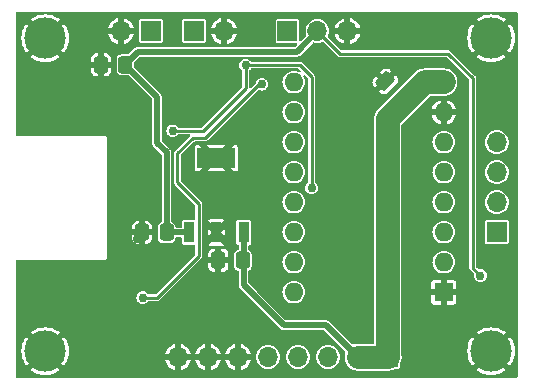
<source format=gbr>
%TF.GenerationSoftware,KiCad,Pcbnew,7.0.5*%
%TF.CreationDate,2023-07-11T15:30:59-04:00*%
%TF.ProjectId,StepperMotor_module_V2_XIAO_RP2040,53746570-7065-4724-9d6f-746f725f6d6f,rev?*%
%TF.SameCoordinates,Original*%
%TF.FileFunction,Copper,L2,Bot*%
%TF.FilePolarity,Positive*%
%FSLAX46Y46*%
G04 Gerber Fmt 4.6, Leading zero omitted, Abs format (unit mm)*
G04 Created by KiCad (PCBNEW 7.0.5) date 2023-07-11 15:30:59*
%MOMM*%
%LPD*%
G01*
G04 APERTURE LIST*
G04 Aperture macros list*
%AMRoundRect*
0 Rectangle with rounded corners*
0 $1 Rounding radius*
0 $2 $3 $4 $5 $6 $7 $8 $9 X,Y pos of 4 corners*
0 Add a 4 corners polygon primitive as box body*
4,1,4,$2,$3,$4,$5,$6,$7,$8,$9,$2,$3,0*
0 Add four circle primitives for the rounded corners*
1,1,$1+$1,$2,$3*
1,1,$1+$1,$4,$5*
1,1,$1+$1,$6,$7*
1,1,$1+$1,$8,$9*
0 Add four rect primitives between the rounded corners*
20,1,$1+$1,$2,$3,$4,$5,0*
20,1,$1+$1,$4,$5,$6,$7,0*
20,1,$1+$1,$6,$7,$8,$9,0*
20,1,$1+$1,$8,$9,$2,$3,0*%
G04 Aperture macros list end*
%TA.AperFunction,SMDPad,CuDef*%
%ADD10RoundRect,0.250000X0.337500X0.475000X-0.337500X0.475000X-0.337500X-0.475000X0.337500X-0.475000X0*%
%TD*%
%TA.AperFunction,ComponentPad*%
%ADD11R,1.700000X1.700000*%
%TD*%
%TA.AperFunction,ComponentPad*%
%ADD12O,1.700000X1.700000*%
%TD*%
%TA.AperFunction,SMDPad,CuDef*%
%ADD13R,0.950000X1.750000*%
%TD*%
%TA.AperFunction,SMDPad,CuDef*%
%ADD14R,3.200000X1.750000*%
%TD*%
%TA.AperFunction,ComponentPad*%
%ADD15C,3.500000*%
%TD*%
%TA.AperFunction,ComponentPad*%
%ADD16R,1.600000X1.600000*%
%TD*%
%TA.AperFunction,ComponentPad*%
%ADD17O,1.600000X1.600000*%
%TD*%
%TA.AperFunction,SMDPad,CuDef*%
%ADD18RoundRect,0.250000X0.574524X0.097227X0.097227X0.574524X-0.574524X-0.097227X-0.097227X-0.574524X0*%
%TD*%
%TA.AperFunction,ViaPad*%
%ADD19C,0.762000*%
%TD*%
%TA.AperFunction,Conductor*%
%ADD20C,1.981200*%
%TD*%
%TA.AperFunction,Conductor*%
%ADD21C,2.000000*%
%TD*%
%TA.AperFunction,Conductor*%
%ADD22C,0.508000*%
%TD*%
%TA.AperFunction,Conductor*%
%ADD23C,0.254000*%
%TD*%
G04 APERTURE END LIST*
D10*
%TO.P,C5,1*%
%TO.N,VCC*%
X131537500Y-62750000D03*
%TO.P,C5,2*%
%TO.N,GND*%
X129462500Y-62750000D03*
%TD*%
D11*
%TO.P,J1,1,Pin_1*%
%TO.N,VPP*%
X153780000Y-87500000D03*
D12*
%TO.P,J1,2,Pin_2*%
X151240000Y-87500000D03*
%TO.P,J1,3,Pin_3*%
%TO.N,GPIO*%
X148700000Y-87500000D03*
%TO.P,J1,4,Pin_4*%
%TO.N,SCL*%
X146160000Y-87500000D03*
%TO.P,J1,5,Pin_5*%
%TO.N,SDA*%
X143620000Y-87500000D03*
%TO.P,J1,6,Pin_6*%
%TO.N,GND*%
X141080000Y-87500000D03*
%TO.P,J1,7,Pin_7*%
X138540000Y-87500000D03*
%TO.P,J1,8,Pin_8*%
X136000000Y-87500000D03*
%TD*%
D13*
%TO.P,IC1,1,IN*%
%TO.N,VPP*%
X141550000Y-76950000D03*
%TO.P,IC1,2,GND_1*%
%TO.N,GND*%
X139250000Y-76950000D03*
%TO.P,IC1,3,OUT*%
%TO.N,VCC*%
X136950000Y-76950000D03*
D14*
%TO.P,IC1,4,GND_2*%
%TO.N,GND*%
X139250000Y-70650000D03*
%TD*%
D10*
%TO.P,C4,1*%
%TO.N,VPP*%
X141487500Y-79300000D03*
%TO.P,C4,2*%
%TO.N,GND*%
X139412500Y-79300000D03*
%TD*%
D11*
%TO.P,J3,1,Pin_1*%
%TO.N,PWM_S*%
X145260000Y-59900000D03*
D12*
%TO.P,J3,2,Pin_2*%
%TO.N,VCC*%
X147800000Y-59900000D03*
%TO.P,J3,3,Pin_3*%
%TO.N,GND*%
X150340000Y-59900000D03*
%TD*%
D15*
%TO.P,H3,1,1*%
%TO.N,GND*%
X162500000Y-87000000D03*
%TD*%
D11*
%TO.P,J7,1,Pin_1*%
%TO.N,Net-(J6-Pin_1)*%
X137340000Y-59900000D03*
D12*
%TO.P,J7,2,Pin_2*%
%TO.N,GND*%
X139880000Y-59900000D03*
%TD*%
D16*
%TO.P,A1,1,GND*%
%TO.N,GND*%
X158500000Y-82000000D03*
D17*
%TO.P,A1,2,VDD*%
%TO.N,+3V3*%
X158500000Y-79460000D03*
%TO.P,A1,3,1B*%
%TO.N,1B*%
X158500000Y-76920000D03*
%TO.P,A1,4,1A*%
%TO.N,1A*%
X158500000Y-74380000D03*
%TO.P,A1,5,2A*%
%TO.N,2A*%
X158500000Y-71840000D03*
%TO.P,A1,6,2B*%
%TO.N,2B*%
X158500000Y-69300000D03*
%TO.P,A1,7,GND*%
%TO.N,GND*%
X158500000Y-66760000D03*
%TO.P,A1,8,VMOT*%
%TO.N,VPP*%
X158500000Y-64220000D03*
%TO.P,A1,9,~{ENABLE}*%
%TO.N,/A4988_Module/M_EN*%
X145800000Y-64220000D03*
%TO.P,A1,10,MS1*%
%TO.N,MS1*%
X145800000Y-66760000D03*
%TO.P,A1,11,MS2*%
%TO.N,MS2*%
X145800000Y-69300000D03*
%TO.P,A1,12,MS3*%
%TO.N,MS3*%
X145800000Y-71840000D03*
%TO.P,A1,13,~{RESET}*%
%TO.N,Net-(A1-~{RESET})*%
X145800000Y-74380000D03*
%TO.P,A1,14,~{SLEEP}*%
X145800000Y-76920000D03*
%TO.P,A1,15,STEP*%
%TO.N,STEP*%
X145800000Y-79460000D03*
%TO.P,A1,16,DIR*%
%TO.N,DIR*%
X145800000Y-82000000D03*
%TD*%
D11*
%TO.P,J6,1,Pin_1*%
%TO.N,Net-(J6-Pin_1)*%
X133700000Y-59900000D03*
D12*
%TO.P,J6,2,Pin_2*%
%TO.N,GND*%
X131160000Y-59900000D03*
%TD*%
D15*
%TO.P,H2,1,1*%
%TO.N,GND*%
X124750000Y-60500000D03*
%TD*%
%TO.P,H4,1,1*%
%TO.N,GND*%
X162500000Y-60500000D03*
%TD*%
%TO.P,H1,1,1*%
%TO.N,GND*%
X124750000Y-87000000D03*
%TD*%
D11*
%TO.P,J4,1,Pin_1*%
%TO.N,1B*%
X162990000Y-76920000D03*
D12*
%TO.P,J4,2,Pin_2*%
%TO.N,1A*%
X162990000Y-74380000D03*
%TO.P,J4,3,Pin_3*%
%TO.N,2A*%
X162990000Y-71840000D03*
%TO.P,J4,4,Pin_4*%
%TO.N,2B*%
X162990000Y-69300000D03*
%TD*%
D18*
%TO.P,C1,1*%
%TO.N,VPP*%
X155000000Y-65600000D03*
%TO.P,C1,2*%
%TO.N,GND*%
X153532754Y-64132754D03*
%TD*%
D10*
%TO.P,C3,1*%
%TO.N,VCC*%
X135025000Y-76950000D03*
%TO.P,C3,2*%
%TO.N,GND*%
X132950000Y-76950000D03*
%TD*%
D19*
%TO.N,GND*%
X139500000Y-74500000D03*
X139500000Y-72500000D03*
X136000000Y-85000000D03*
X132000000Y-88000000D03*
X134000000Y-88000000D03*
X134000000Y-86500000D03*
X132000000Y-86500000D03*
%TO.N,VCC*%
X161600000Y-80600000D03*
%TO.N,GND*%
X156000000Y-78000000D03*
X128000000Y-86500000D03*
X130000000Y-85000000D03*
X132500000Y-75000000D03*
X152000000Y-84000000D03*
X150000000Y-78000000D03*
X128000000Y-85000000D03*
X134000000Y-85000000D03*
X128000000Y-88000000D03*
X156000000Y-82000000D03*
X164000000Y-65500000D03*
X137500000Y-72500000D03*
X130000000Y-88000000D03*
X156000000Y-72000000D03*
X132500000Y-72500000D03*
X152000000Y-76000000D03*
X152000000Y-80000000D03*
X132000000Y-85000000D03*
X152000000Y-82000000D03*
X150000000Y-80000000D03*
X130000000Y-86500000D03*
X162000000Y-63500000D03*
X156000000Y-68000000D03*
X162000000Y-65500000D03*
X132500000Y-70000000D03*
X150000000Y-84000000D03*
X156000000Y-70000000D03*
X153500000Y-64100000D03*
X164000000Y-63500000D03*
X152000000Y-74000000D03*
X150000000Y-82000000D03*
X150000000Y-74000000D03*
X156000000Y-76000000D03*
X132500000Y-77500000D03*
X156000000Y-74000000D03*
%TO.N,+3V3*%
X147300000Y-73180000D03*
X141712500Y-62786900D03*
X135550000Y-68350000D03*
%TO.N,PWM_S*%
X143100000Y-64400000D03*
X133019250Y-82460500D03*
%TO.N,VCC*%
X131500000Y-62750000D03*
%TD*%
D20*
%TO.N,VPP*%
X153780000Y-87500000D02*
X151240000Y-87500000D01*
D21*
X153762500Y-67337500D02*
X153762500Y-87482500D01*
X156880000Y-64220000D02*
X153762500Y-67337500D01*
X158500000Y-64220000D02*
X156880000Y-64220000D01*
D22*
%TO.N,VCC*%
X135025000Y-76950000D02*
X135025000Y-70175000D01*
X135025000Y-70175000D02*
X134200000Y-69350000D01*
X134200000Y-69350000D02*
X134200000Y-65450000D01*
X136950000Y-76950000D02*
X135025000Y-76950000D01*
D23*
%TO.N,PWM_S*%
X134239500Y-82460500D02*
X133019250Y-82460500D01*
X137750000Y-78950000D02*
X134239500Y-82460500D01*
X137750000Y-74500000D02*
X137750000Y-78950000D01*
X135950000Y-72700000D02*
X137750000Y-74500000D01*
X135950000Y-70250000D02*
X135950000Y-72700000D01*
X137250000Y-68950000D02*
X135950000Y-70250000D01*
X138300000Y-68950000D02*
X137250000Y-68950000D01*
X142850000Y-64400000D02*
X138300000Y-68950000D01*
X143100000Y-64400000D02*
X142850000Y-64400000D01*
%TO.N,VCC*%
X160950000Y-63900000D02*
X158850000Y-61800000D01*
X160950000Y-79950000D02*
X160950000Y-63900000D01*
X158850000Y-61800000D02*
X149700000Y-61800000D01*
X161600000Y-80600000D02*
X160950000Y-79950000D01*
X149700000Y-61800000D02*
X147800000Y-59900000D01*
D22*
X134200000Y-65450000D02*
X131500000Y-62750000D01*
%TO.N,VPP*%
X144950000Y-84800000D02*
X141550000Y-81400000D01*
X141550000Y-81400000D02*
X141550000Y-76950000D01*
X151240000Y-87500000D02*
X148540000Y-84800000D01*
X148540000Y-84800000D02*
X144950000Y-84800000D01*
D23*
%TO.N,+3V3*%
X146306900Y-62786900D02*
X141712500Y-62786900D01*
X135550000Y-68350000D02*
X138100000Y-68350000D01*
X141712500Y-64737500D02*
X141712500Y-62786900D01*
X147300000Y-73180000D02*
X147300000Y-63780000D01*
X147300000Y-63780000D02*
X146306900Y-62786900D01*
X138100000Y-68350000D02*
X141712500Y-64737500D01*
D22*
%TO.N,VCC*%
X146050000Y-61650000D02*
X132600000Y-61650000D01*
X132600000Y-61650000D02*
X131500000Y-62750000D01*
X147800000Y-59900000D02*
X146050000Y-61650000D01*
%TD*%
%TA.AperFunction,Conductor*%
%TO.N,GND*%
G36*
X164714101Y-58275065D02*
G01*
X164744165Y-58327136D01*
X164745500Y-58342400D01*
X164745500Y-89157600D01*
X164724935Y-89214101D01*
X164672864Y-89244165D01*
X164657600Y-89245500D01*
X122342400Y-89245500D01*
X122285899Y-89224935D01*
X122255835Y-89172864D01*
X122254500Y-89157600D01*
X122254500Y-86999999D01*
X122740881Y-86999999D01*
X122761331Y-87285933D01*
X122822262Y-87566027D01*
X122822264Y-87566035D01*
X122922440Y-87834616D01*
X123059821Y-88086210D01*
X123059826Y-88086217D01*
X123164604Y-88226184D01*
X123811857Y-87578930D01*
X123914894Y-87723624D01*
X124066932Y-87868592D01*
X124172665Y-87936542D01*
X123523814Y-88585394D01*
X123663782Y-88690173D01*
X123663789Y-88690178D01*
X123915383Y-88827559D01*
X124183964Y-88927735D01*
X124183972Y-88927737D01*
X124464066Y-88988668D01*
X124749999Y-89009118D01*
X125035933Y-88988668D01*
X125316027Y-88927737D01*
X125316035Y-88927735D01*
X125584616Y-88827559D01*
X125836210Y-88690178D01*
X125836219Y-88690172D01*
X125976184Y-88585395D01*
X125976184Y-88585394D01*
X125329573Y-87938784D01*
X125347410Y-87929589D01*
X125512540Y-87799729D01*
X125650110Y-87640965D01*
X125686736Y-87577525D01*
X126335394Y-88226184D01*
X126335395Y-88226184D01*
X126440172Y-88086219D01*
X126440178Y-88086210D01*
X126577559Y-87834616D01*
X126677735Y-87566035D01*
X126677737Y-87566027D01*
X126738668Y-87285933D01*
X126741524Y-87245999D01*
X134924450Y-87245999D01*
X134924451Y-87246000D01*
X135568884Y-87246000D01*
X135540507Y-87290156D01*
X135500000Y-87428111D01*
X135500000Y-87571889D01*
X135540507Y-87709844D01*
X135568884Y-87754000D01*
X134924451Y-87754000D01*
X134966139Y-87900515D01*
X134966140Y-87900518D01*
X135057341Y-88083674D01*
X135180632Y-88246938D01*
X135180640Y-88246947D01*
X135331839Y-88384785D01*
X135331841Y-88384786D01*
X135505792Y-88492492D01*
X135505797Y-88492494D01*
X135696575Y-88566402D01*
X135696584Y-88566405D01*
X135746000Y-88575641D01*
X135746000Y-87933674D01*
X135857685Y-87984680D01*
X135964237Y-88000000D01*
X136035763Y-88000000D01*
X136142315Y-87984680D01*
X136254000Y-87933674D01*
X136254000Y-88575640D01*
X136303415Y-88566405D01*
X136303424Y-88566402D01*
X136494202Y-88492494D01*
X136494207Y-88492492D01*
X136668158Y-88384786D01*
X136668160Y-88384785D01*
X136819359Y-88246947D01*
X136819367Y-88246938D01*
X136942658Y-88083674D01*
X137033859Y-87900518D01*
X137033860Y-87900515D01*
X137075549Y-87754000D01*
X136431116Y-87754000D01*
X136459493Y-87709844D01*
X136500000Y-87571889D01*
X136500000Y-87428111D01*
X136459493Y-87290156D01*
X136431116Y-87246000D01*
X137075549Y-87246000D01*
X137075549Y-87245999D01*
X137464450Y-87245999D01*
X137464451Y-87246000D01*
X138108884Y-87246000D01*
X138080507Y-87290156D01*
X138040000Y-87428111D01*
X138040000Y-87571889D01*
X138080507Y-87709844D01*
X138108884Y-87754000D01*
X137464451Y-87754000D01*
X137506139Y-87900515D01*
X137506140Y-87900518D01*
X137597341Y-88083674D01*
X137720632Y-88246938D01*
X137720640Y-88246947D01*
X137871839Y-88384785D01*
X137871841Y-88384786D01*
X138045792Y-88492492D01*
X138045797Y-88492494D01*
X138236575Y-88566402D01*
X138236584Y-88566405D01*
X138286000Y-88575641D01*
X138286000Y-87933674D01*
X138397685Y-87984680D01*
X138504237Y-88000000D01*
X138575763Y-88000000D01*
X138682315Y-87984680D01*
X138794000Y-87933674D01*
X138794000Y-88575641D01*
X138843415Y-88566405D01*
X138843424Y-88566402D01*
X139034202Y-88492494D01*
X139034207Y-88492492D01*
X139208158Y-88384786D01*
X139208160Y-88384785D01*
X139359359Y-88246947D01*
X139359367Y-88246938D01*
X139482658Y-88083674D01*
X139573859Y-87900518D01*
X139573860Y-87900515D01*
X139615549Y-87754000D01*
X138971116Y-87754000D01*
X138999493Y-87709844D01*
X139040000Y-87571889D01*
X139040000Y-87428111D01*
X138999493Y-87290156D01*
X138971116Y-87246000D01*
X139615549Y-87246000D01*
X139615549Y-87245999D01*
X140004450Y-87245999D01*
X140004451Y-87246000D01*
X140648884Y-87246000D01*
X140620507Y-87290156D01*
X140580000Y-87428111D01*
X140580000Y-87571889D01*
X140620507Y-87709844D01*
X140648884Y-87754000D01*
X140004451Y-87754000D01*
X140046139Y-87900515D01*
X140046140Y-87900518D01*
X140137341Y-88083674D01*
X140260632Y-88246938D01*
X140260640Y-88246947D01*
X140411839Y-88384785D01*
X140411841Y-88384786D01*
X140585792Y-88492492D01*
X140585797Y-88492494D01*
X140776575Y-88566402D01*
X140776584Y-88566405D01*
X140826000Y-88575641D01*
X140826000Y-87933674D01*
X140937685Y-87984680D01*
X141044237Y-88000000D01*
X141115763Y-88000000D01*
X141222315Y-87984680D01*
X141334000Y-87933674D01*
X141334000Y-88575641D01*
X141383415Y-88566405D01*
X141383424Y-88566402D01*
X141574202Y-88492494D01*
X141574207Y-88492492D01*
X141748158Y-88384786D01*
X141748160Y-88384785D01*
X141899359Y-88246947D01*
X141899367Y-88246938D01*
X142022658Y-88083674D01*
X142113859Y-87900518D01*
X142113860Y-87900515D01*
X142155549Y-87754000D01*
X141511116Y-87754000D01*
X141539493Y-87709844D01*
X141580000Y-87571889D01*
X141580000Y-87500000D01*
X142612247Y-87500000D01*
X142622683Y-87605961D01*
X142631612Y-87696609D01*
X142683783Y-87868592D01*
X142688958Y-87885650D01*
X142782084Y-88059878D01*
X142907411Y-88212589D01*
X143060122Y-88337916D01*
X143234350Y-88431042D01*
X143423397Y-88488389D01*
X143620000Y-88507753D01*
X143816603Y-88488389D01*
X144005650Y-88431042D01*
X144179878Y-88337916D01*
X144332589Y-88212589D01*
X144457916Y-88059878D01*
X144551042Y-87885650D01*
X144608389Y-87696603D01*
X144627753Y-87500000D01*
X145152247Y-87500000D01*
X145162683Y-87605961D01*
X145171612Y-87696609D01*
X145223783Y-87868592D01*
X145228958Y-87885650D01*
X145322084Y-88059878D01*
X145447411Y-88212589D01*
X145600122Y-88337916D01*
X145774350Y-88431042D01*
X145963397Y-88488389D01*
X146160000Y-88507753D01*
X146356603Y-88488389D01*
X146545650Y-88431042D01*
X146719878Y-88337916D01*
X146872589Y-88212589D01*
X146997916Y-88059878D01*
X147091042Y-87885650D01*
X147148389Y-87696603D01*
X147167753Y-87500000D01*
X147692247Y-87500000D01*
X147702683Y-87605961D01*
X147711612Y-87696609D01*
X147763783Y-87868592D01*
X147768958Y-87885650D01*
X147862084Y-88059878D01*
X147987411Y-88212589D01*
X148140122Y-88337916D01*
X148314350Y-88431042D01*
X148503397Y-88488389D01*
X148700000Y-88507753D01*
X148896603Y-88488389D01*
X149085650Y-88431042D01*
X149259878Y-88337916D01*
X149412589Y-88212589D01*
X149537916Y-88059878D01*
X149631042Y-87885650D01*
X149688389Y-87696603D01*
X149707753Y-87500000D01*
X149688389Y-87303397D01*
X149631042Y-87114350D01*
X149537916Y-86940122D01*
X149412589Y-86787411D01*
X149259878Y-86662084D01*
X149085650Y-86568958D01*
X149085649Y-86568957D01*
X149085648Y-86568957D01*
X148896609Y-86511612D01*
X148896604Y-86511611D01*
X148896603Y-86511611D01*
X148700000Y-86492247D01*
X148503397Y-86511611D01*
X148503395Y-86511611D01*
X148503390Y-86511612D01*
X148314351Y-86568957D01*
X148140121Y-86662084D01*
X147987413Y-86787409D01*
X147987409Y-86787413D01*
X147862084Y-86940121D01*
X147768957Y-87114351D01*
X147711612Y-87303390D01*
X147711611Y-87303395D01*
X147711611Y-87303397D01*
X147692247Y-87500000D01*
X147167753Y-87500000D01*
X147148389Y-87303397D01*
X147091042Y-87114350D01*
X146997916Y-86940122D01*
X146872589Y-86787411D01*
X146719878Y-86662084D01*
X146545650Y-86568958D01*
X146545649Y-86568957D01*
X146545648Y-86568957D01*
X146356609Y-86511612D01*
X146356604Y-86511611D01*
X146356603Y-86511611D01*
X146160000Y-86492247D01*
X145963397Y-86511611D01*
X145963395Y-86511611D01*
X145963390Y-86511612D01*
X145774351Y-86568957D01*
X145600121Y-86662084D01*
X145447413Y-86787409D01*
X145447409Y-86787413D01*
X145322084Y-86940121D01*
X145228957Y-87114351D01*
X145171612Y-87303390D01*
X145171611Y-87303395D01*
X145171611Y-87303397D01*
X145152247Y-87500000D01*
X144627753Y-87500000D01*
X144608389Y-87303397D01*
X144551042Y-87114350D01*
X144457916Y-86940122D01*
X144332589Y-86787411D01*
X144179878Y-86662084D01*
X144005650Y-86568958D01*
X144005649Y-86568957D01*
X144005648Y-86568957D01*
X143816609Y-86511612D01*
X143816604Y-86511611D01*
X143816603Y-86511611D01*
X143620000Y-86492247D01*
X143619999Y-86492247D01*
X143572657Y-86496909D01*
X143423397Y-86511611D01*
X143423395Y-86511611D01*
X143423390Y-86511612D01*
X143234351Y-86568957D01*
X143060121Y-86662084D01*
X142907413Y-86787409D01*
X142907409Y-86787413D01*
X142782084Y-86940121D01*
X142688957Y-87114351D01*
X142631612Y-87303390D01*
X142631611Y-87303395D01*
X142631611Y-87303397D01*
X142612247Y-87500000D01*
X141580000Y-87500000D01*
X141580000Y-87428111D01*
X141539493Y-87290156D01*
X141511116Y-87246000D01*
X142155549Y-87246000D01*
X142155549Y-87245999D01*
X142113860Y-87099484D01*
X142113859Y-87099481D01*
X142022658Y-86916325D01*
X141899367Y-86753061D01*
X141899359Y-86753052D01*
X141748160Y-86615214D01*
X141748158Y-86615213D01*
X141574207Y-86507507D01*
X141574202Y-86507505D01*
X141383418Y-86433595D01*
X141383410Y-86433592D01*
X141334000Y-86424356D01*
X141334000Y-87066325D01*
X141222315Y-87015320D01*
X141115763Y-87000000D01*
X141044237Y-87000000D01*
X140937685Y-87015320D01*
X140826000Y-87066325D01*
X140826000Y-86424356D01*
X140825999Y-86424356D01*
X140776589Y-86433592D01*
X140776581Y-86433595D01*
X140585797Y-86507505D01*
X140585792Y-86507507D01*
X140411841Y-86615213D01*
X140411839Y-86615214D01*
X140260640Y-86753052D01*
X140260632Y-86753061D01*
X140137341Y-86916325D01*
X140046140Y-87099481D01*
X140046139Y-87099484D01*
X140004450Y-87245999D01*
X139615549Y-87245999D01*
X139573860Y-87099484D01*
X139573859Y-87099481D01*
X139482658Y-86916325D01*
X139359367Y-86753061D01*
X139359359Y-86753052D01*
X139208160Y-86615214D01*
X139208158Y-86615213D01*
X139034207Y-86507507D01*
X139034202Y-86507505D01*
X138843418Y-86433595D01*
X138843410Y-86433592D01*
X138794000Y-86424356D01*
X138794000Y-87066325D01*
X138682315Y-87015320D01*
X138575763Y-87000000D01*
X138504237Y-87000000D01*
X138397685Y-87015320D01*
X138286000Y-87066325D01*
X138286000Y-86424356D01*
X138285999Y-86424356D01*
X138236589Y-86433592D01*
X138236581Y-86433595D01*
X138045797Y-86507505D01*
X138045792Y-86507507D01*
X137871841Y-86615213D01*
X137871839Y-86615214D01*
X137720640Y-86753052D01*
X137720632Y-86753061D01*
X137597341Y-86916325D01*
X137506140Y-87099481D01*
X137506139Y-87099484D01*
X137464450Y-87245999D01*
X137075549Y-87245999D01*
X137033860Y-87099484D01*
X137033859Y-87099481D01*
X136942658Y-86916325D01*
X136819367Y-86753061D01*
X136819359Y-86753052D01*
X136668160Y-86615214D01*
X136668158Y-86615213D01*
X136494207Y-86507507D01*
X136494202Y-86507505D01*
X136303418Y-86433595D01*
X136303410Y-86433592D01*
X136254000Y-86424356D01*
X136254000Y-87066325D01*
X136142315Y-87015320D01*
X136035763Y-87000000D01*
X135964237Y-87000000D01*
X135857685Y-87015320D01*
X135746000Y-87066325D01*
X135746000Y-86424356D01*
X135745999Y-86424356D01*
X135696589Y-86433592D01*
X135696581Y-86433595D01*
X135505797Y-86507505D01*
X135505792Y-86507507D01*
X135331841Y-86615213D01*
X135331839Y-86615214D01*
X135180640Y-86753052D01*
X135180632Y-86753061D01*
X135057341Y-86916325D01*
X134966140Y-87099481D01*
X134966139Y-87099484D01*
X134924450Y-87245999D01*
X126741524Y-87245999D01*
X126759118Y-86999999D01*
X126738668Y-86714066D01*
X126677737Y-86433972D01*
X126677735Y-86433964D01*
X126577559Y-86165383D01*
X126440178Y-85913789D01*
X126440173Y-85913782D01*
X126335394Y-85773814D01*
X125688140Y-86421067D01*
X125585106Y-86276376D01*
X125433068Y-86131408D01*
X125327332Y-86063455D01*
X125976184Y-85414604D01*
X125836217Y-85309826D01*
X125836210Y-85309821D01*
X125584616Y-85172440D01*
X125316035Y-85072264D01*
X125316027Y-85072262D01*
X125035933Y-85011331D01*
X124750000Y-84990881D01*
X124464066Y-85011331D01*
X124183972Y-85072262D01*
X124183964Y-85072264D01*
X123915383Y-85172440D01*
X123663789Y-85309821D01*
X123663782Y-85309826D01*
X123523814Y-85414603D01*
X124170426Y-86061215D01*
X124152590Y-86070411D01*
X123987460Y-86200271D01*
X123849890Y-86359035D01*
X123813263Y-86422474D01*
X123164603Y-85773814D01*
X123059826Y-85913782D01*
X123059821Y-85913789D01*
X122922440Y-86165383D01*
X122822264Y-86433964D01*
X122822262Y-86433972D01*
X122761331Y-86714066D01*
X122740881Y-86999999D01*
X122254500Y-86999999D01*
X122254500Y-79342400D01*
X122275065Y-79285899D01*
X122327136Y-79255835D01*
X122342400Y-79254500D01*
X129716276Y-79254500D01*
X129733424Y-79256189D01*
X129749999Y-79259486D01*
X129749999Y-79259485D01*
X129750000Y-79259486D01*
X129849301Y-79239734D01*
X129933484Y-79183484D01*
X129989734Y-79099301D01*
X130004500Y-79025067D01*
X130004500Y-79025066D01*
X130009486Y-79000000D01*
X130006189Y-78983424D01*
X130004500Y-78966276D01*
X130004500Y-77204000D01*
X132108501Y-77204000D01*
X132108501Y-77473205D01*
X132114953Y-77533237D01*
X132165600Y-77669024D01*
X132252451Y-77785044D01*
X132252455Y-77785048D01*
X132368475Y-77871899D01*
X132504265Y-77922546D01*
X132504275Y-77922548D01*
X132564284Y-77928999D01*
X132696000Y-77928999D01*
X132696000Y-77928998D01*
X133203999Y-77928998D01*
X133204001Y-77928999D01*
X133335705Y-77928999D01*
X133395737Y-77922546D01*
X133531524Y-77871899D01*
X133647544Y-77785048D01*
X133647548Y-77785044D01*
X133734399Y-77669024D01*
X133785046Y-77533234D01*
X133785048Y-77533224D01*
X133791499Y-77473219D01*
X133791500Y-77473210D01*
X133791500Y-77204001D01*
X133791499Y-77204000D01*
X133204001Y-77204000D01*
X133203999Y-77204001D01*
X133203999Y-77928998D01*
X132696000Y-77928998D01*
X132695999Y-77204001D01*
X132695999Y-77204000D01*
X132108501Y-77204000D01*
X130004500Y-77204000D01*
X130004500Y-76695999D01*
X132108500Y-76695999D01*
X132108501Y-76696000D01*
X132695999Y-76696000D01*
X132696000Y-76695998D01*
X133203999Y-76695998D01*
X133204001Y-76696000D01*
X133791498Y-76696000D01*
X133791499Y-76695998D01*
X133791499Y-76426794D01*
X133785046Y-76366762D01*
X133734399Y-76230975D01*
X133647548Y-76114955D01*
X133647544Y-76114951D01*
X133531524Y-76028100D01*
X133395734Y-75977453D01*
X133395724Y-75977451D01*
X133335719Y-75971000D01*
X133204001Y-75971000D01*
X133203999Y-75971001D01*
X133203999Y-76695998D01*
X132696000Y-76695998D01*
X132696000Y-75971000D01*
X132564294Y-75971000D01*
X132504262Y-75977453D01*
X132368475Y-76028100D01*
X132252455Y-76114951D01*
X132252451Y-76114955D01*
X132165600Y-76230975D01*
X132114953Y-76366765D01*
X132114951Y-76366775D01*
X132108500Y-76426780D01*
X132108500Y-76695999D01*
X130004500Y-76695999D01*
X130004500Y-69033723D01*
X130006189Y-69016574D01*
X130009486Y-69000000D01*
X129989734Y-68900699D01*
X129933484Y-68816516D01*
X129933098Y-68816258D01*
X129849301Y-68760265D01*
X129775067Y-68745500D01*
X129750000Y-68740514D01*
X129733424Y-68743811D01*
X129716276Y-68745500D01*
X122342400Y-68745500D01*
X122285899Y-68724935D01*
X122255835Y-68672864D01*
X122254500Y-68657600D01*
X122254500Y-63273205D01*
X128621000Y-63273205D01*
X128627453Y-63333237D01*
X128678100Y-63469024D01*
X128764951Y-63585044D01*
X128764955Y-63585048D01*
X128880975Y-63671899D01*
X129016765Y-63722546D01*
X129016775Y-63722548D01*
X129076784Y-63728999D01*
X129208500Y-63728999D01*
X129208500Y-63728998D01*
X129716499Y-63728998D01*
X129716500Y-63728999D01*
X129848205Y-63728999D01*
X129908237Y-63722546D01*
X130044024Y-63671899D01*
X130160044Y-63585048D01*
X130160048Y-63585044D01*
X130246899Y-63469024D01*
X130297546Y-63333234D01*
X130297548Y-63333224D01*
X130303999Y-63273219D01*
X130304000Y-63273210D01*
X130304000Y-63256708D01*
X130797100Y-63256708D01*
X130798380Y-63264790D01*
X130812042Y-63351053D01*
X130812042Y-63351054D01*
X130812043Y-63351055D01*
X130869984Y-63464771D01*
X130960229Y-63555016D01*
X131073945Y-63612957D01*
X131168292Y-63627900D01*
X131766047Y-63627900D01*
X131822548Y-63648465D01*
X131828202Y-63653645D01*
X133767355Y-65592798D01*
X133792766Y-65647292D01*
X133793100Y-65654953D01*
X133793100Y-69414445D01*
X133800982Y-69438707D01*
X133804200Y-69452114D01*
X133808190Y-69477305D01*
X133819768Y-69500027D01*
X133825046Y-69512770D01*
X133832927Y-69537027D01*
X133832932Y-69537035D01*
X133847924Y-69557670D01*
X133855129Y-69569427D01*
X133866708Y-69592151D01*
X133889634Y-69615077D01*
X134592355Y-70317798D01*
X134617766Y-70372292D01*
X134618100Y-70379953D01*
X134618100Y-76004771D01*
X134597535Y-76061272D01*
X134566682Y-76082087D01*
X134567608Y-76083903D01*
X134447731Y-76144982D01*
X134357482Y-76235231D01*
X134299542Y-76348946D01*
X134284600Y-76443293D01*
X134284600Y-77456706D01*
X134299542Y-77551053D01*
X134322985Y-77597064D01*
X134357484Y-77664771D01*
X134447729Y-77755016D01*
X134561445Y-77812957D01*
X134655792Y-77827900D01*
X134655794Y-77827900D01*
X135394206Y-77827900D01*
X135394208Y-77827900D01*
X135488555Y-77812957D01*
X135602271Y-77755016D01*
X135692516Y-77664771D01*
X135750457Y-77551055D01*
X135765400Y-77456708D01*
X135765400Y-77444800D01*
X135785965Y-77388299D01*
X135838036Y-77358235D01*
X135853300Y-77356900D01*
X136234201Y-77356900D01*
X136290702Y-77377465D01*
X136320766Y-77429536D01*
X136322101Y-77444800D01*
X136322101Y-77840058D01*
X136330092Y-77880232D01*
X136330972Y-77884658D01*
X136364766Y-77935234D01*
X136381701Y-77946550D01*
X136415341Y-77969028D01*
X136422741Y-77970499D01*
X136459943Y-77977900D01*
X137382200Y-77977899D01*
X137438701Y-77998464D01*
X137468765Y-78050535D01*
X137470100Y-78065799D01*
X137470100Y-78797651D01*
X137449535Y-78854152D01*
X137444355Y-78859806D01*
X134149307Y-82154855D01*
X134094813Y-82180266D01*
X134087152Y-82180600D01*
X133520789Y-82180600D01*
X133464288Y-82160035D01*
X133451053Y-82146210D01*
X133400035Y-82079721D01*
X133400033Y-82079719D01*
X133400032Y-82079718D01*
X133344267Y-82036928D01*
X133288506Y-81994140D01*
X133288504Y-81994139D01*
X133158626Y-81940342D01*
X133019250Y-81921993D01*
X132879873Y-81940342D01*
X132749997Y-81994138D01*
X132638469Y-82079716D01*
X132638466Y-82079719D01*
X132552888Y-82191247D01*
X132499092Y-82321123D01*
X132480743Y-82460499D01*
X132480743Y-82460500D01*
X132499092Y-82599876D01*
X132552889Y-82729754D01*
X132552890Y-82729756D01*
X132603829Y-82796140D01*
X132638468Y-82841282D01*
X132749996Y-82926861D01*
X132879874Y-82980658D01*
X133019250Y-82999007D01*
X133158626Y-82980658D01*
X133288504Y-82926861D01*
X133400032Y-82841282D01*
X133451053Y-82774789D01*
X133501764Y-82742484D01*
X133520789Y-82740400D01*
X134179501Y-82740400D01*
X134191942Y-82742431D01*
X134192088Y-82741392D01*
X134200154Y-82742516D01*
X134200160Y-82742518D01*
X134244954Y-82740446D01*
X134246982Y-82740400D01*
X134265435Y-82740400D01*
X134268832Y-82739764D01*
X134274883Y-82739063D01*
X134293272Y-82738212D01*
X134304693Y-82737685D01*
X134310549Y-82735098D01*
X134313519Y-82733788D01*
X134332874Y-82727793D01*
X134342363Y-82726020D01*
X134367741Y-82710304D01*
X134373107Y-82707475D01*
X134400422Y-82695416D01*
X134407248Y-82688589D01*
X134423128Y-82676010D01*
X134431333Y-82670931D01*
X134449315Y-82647117D01*
X134453303Y-82642533D01*
X137272631Y-79823205D01*
X138571001Y-79823205D01*
X138577453Y-79883237D01*
X138628100Y-80019024D01*
X138714951Y-80135044D01*
X138714955Y-80135048D01*
X138830975Y-80221899D01*
X138966765Y-80272546D01*
X138966775Y-80272548D01*
X139026784Y-80278999D01*
X139158500Y-80278999D01*
X139158500Y-80278998D01*
X139666500Y-80278998D01*
X139666501Y-80278999D01*
X139798205Y-80278999D01*
X139858237Y-80272546D01*
X139994024Y-80221899D01*
X140110044Y-80135048D01*
X140110048Y-80135044D01*
X140196899Y-80019024D01*
X140247546Y-79883234D01*
X140247548Y-79883224D01*
X140253999Y-79823219D01*
X140254000Y-79823210D01*
X140254000Y-79806706D01*
X140747100Y-79806706D01*
X140762042Y-79901053D01*
X140808363Y-79991965D01*
X140819984Y-80014771D01*
X140910229Y-80105016D01*
X141023945Y-80162957D01*
X141068950Y-80170085D01*
X141121539Y-80199235D01*
X141143087Y-80255368D01*
X141143100Y-80256903D01*
X141143100Y-81464445D01*
X141150982Y-81488707D01*
X141154200Y-81502114D01*
X141158190Y-81527305D01*
X141169768Y-81550027D01*
X141175046Y-81562770D01*
X141182927Y-81587027D01*
X141182932Y-81587035D01*
X141197924Y-81607670D01*
X141205129Y-81619427D01*
X141216708Y-81642151D01*
X141239634Y-81665077D01*
X144616708Y-85042151D01*
X144616707Y-85042151D01*
X144707847Y-85133291D01*
X144707848Y-85133291D01*
X144707849Y-85133292D01*
X144730571Y-85144869D01*
X144742324Y-85152071D01*
X144762968Y-85167070D01*
X144787222Y-85174950D01*
X144799968Y-85180230D01*
X144822693Y-85191809D01*
X144847885Y-85195799D01*
X144861296Y-85199018D01*
X144885554Y-85206900D01*
X144917976Y-85206900D01*
X148335047Y-85206900D01*
X148391548Y-85227465D01*
X148397202Y-85232645D01*
X150154930Y-86990373D01*
X150180341Y-87044867D01*
X150174740Y-87084280D01*
X150141842Y-87169202D01*
X150135438Y-87185732D01*
X150135437Y-87185736D01*
X150096500Y-87394034D01*
X150096500Y-87605965D01*
X150135437Y-87814263D01*
X150135441Y-87814277D01*
X150211991Y-88011876D01*
X150211997Y-88011889D01*
X150323553Y-88192058D01*
X150323559Y-88192067D01*
X150394943Y-88270371D01*
X150466329Y-88348677D01*
X150635446Y-88476389D01*
X150825150Y-88570850D01*
X150825152Y-88570850D01*
X150825153Y-88570851D01*
X151028977Y-88628844D01*
X151028979Y-88628844D01*
X151028982Y-88628845D01*
X151187132Y-88643500D01*
X151187142Y-88643500D01*
X153832858Y-88643500D01*
X153832868Y-88643500D01*
X153991018Y-88628845D01*
X154194850Y-88570850D01*
X154312807Y-88512114D01*
X154351988Y-88502899D01*
X154645058Y-88502899D01*
X154657750Y-88500374D01*
X154689658Y-88494028D01*
X154740234Y-88460234D01*
X154774028Y-88409658D01*
X154782900Y-88365057D01*
X154782899Y-88077440D01*
X154796066Y-88031166D01*
X154808005Y-88011885D01*
X154884560Y-87814274D01*
X154923500Y-87605961D01*
X154923500Y-87394039D01*
X154916896Y-87358714D01*
X154915400Y-87342564D01*
X154915400Y-86999999D01*
X160490881Y-86999999D01*
X160511331Y-87285933D01*
X160572262Y-87566027D01*
X160572264Y-87566035D01*
X160672440Y-87834616D01*
X160809821Y-88086210D01*
X160809826Y-88086217D01*
X160914604Y-88226184D01*
X161561857Y-87578930D01*
X161664894Y-87723624D01*
X161816932Y-87868592D01*
X161922665Y-87936542D01*
X161273814Y-88585394D01*
X161413782Y-88690173D01*
X161413789Y-88690178D01*
X161665383Y-88827559D01*
X161933964Y-88927735D01*
X161933972Y-88927737D01*
X162214066Y-88988668D01*
X162500000Y-89009118D01*
X162785933Y-88988668D01*
X163066027Y-88927737D01*
X163066035Y-88927735D01*
X163334616Y-88827559D01*
X163586210Y-88690178D01*
X163586219Y-88690172D01*
X163726184Y-88585395D01*
X163726184Y-88585394D01*
X163079573Y-87938784D01*
X163097410Y-87929589D01*
X163262540Y-87799729D01*
X163400110Y-87640965D01*
X163436736Y-87577526D01*
X164085394Y-88226184D01*
X164085395Y-88226184D01*
X164190172Y-88086219D01*
X164190178Y-88086210D01*
X164327559Y-87834616D01*
X164427735Y-87566035D01*
X164427737Y-87566027D01*
X164488668Y-87285933D01*
X164509118Y-86999999D01*
X164488668Y-86714066D01*
X164427737Y-86433972D01*
X164427735Y-86433964D01*
X164327559Y-86165383D01*
X164190178Y-85913789D01*
X164190173Y-85913782D01*
X164085394Y-85773814D01*
X163438141Y-86421067D01*
X163335106Y-86276376D01*
X163183068Y-86131408D01*
X163077331Y-86063455D01*
X163726184Y-85414604D01*
X163586217Y-85309826D01*
X163586210Y-85309821D01*
X163334616Y-85172440D01*
X163066035Y-85072264D01*
X163066027Y-85072262D01*
X162785933Y-85011331D01*
X162500000Y-84990881D01*
X162214066Y-85011331D01*
X161933972Y-85072262D01*
X161933964Y-85072264D01*
X161665383Y-85172440D01*
X161413789Y-85309821D01*
X161413782Y-85309826D01*
X161273814Y-85414603D01*
X161920426Y-86061215D01*
X161902590Y-86070411D01*
X161737460Y-86200271D01*
X161599890Y-86359035D01*
X161563263Y-86422474D01*
X160914603Y-85773814D01*
X160809826Y-85913782D01*
X160809821Y-85913789D01*
X160672440Y-86165383D01*
X160572264Y-86433964D01*
X160572262Y-86433972D01*
X160511331Y-86714066D01*
X160490881Y-86999999D01*
X154915400Y-86999999D01*
X154915400Y-81745998D01*
X157445999Y-81745998D01*
X157446001Y-81746000D01*
X158188314Y-81746000D01*
X158172359Y-81761955D01*
X158114835Y-81874852D01*
X158095014Y-82000000D01*
X158114835Y-82125148D01*
X158172359Y-82238045D01*
X158188314Y-82254000D01*
X157446002Y-82254000D01*
X157446001Y-82254001D01*
X157446001Y-82825018D01*
X157460737Y-82899106D01*
X157516875Y-82983122D01*
X157516877Y-82983124D01*
X157600894Y-83039262D01*
X157674981Y-83053999D01*
X158245998Y-83053999D01*
X158246000Y-83053998D01*
X158246000Y-82311686D01*
X158261955Y-82327641D01*
X158374852Y-82385165D01*
X158468519Y-82400000D01*
X158531481Y-82400000D01*
X158625148Y-82385165D01*
X158738045Y-82327641D01*
X158754000Y-82311686D01*
X158754000Y-83053998D01*
X158754001Y-83053999D01*
X159325018Y-83053999D01*
X159399106Y-83039262D01*
X159483122Y-82983124D01*
X159483124Y-82983122D01*
X159539262Y-82899105D01*
X159554000Y-82825015D01*
X159554000Y-82254001D01*
X159553999Y-82254000D01*
X158811686Y-82254000D01*
X158827641Y-82238045D01*
X158885165Y-82125148D01*
X158904986Y-82000000D01*
X158885165Y-81874852D01*
X158827641Y-81761955D01*
X158811686Y-81746000D01*
X159553998Y-81746000D01*
X159553999Y-81745999D01*
X159553999Y-81174981D01*
X159539262Y-81100893D01*
X159483124Y-81016877D01*
X159483122Y-81016875D01*
X159399105Y-80960737D01*
X159325015Y-80946000D01*
X158754001Y-80946000D01*
X158754000Y-80946001D01*
X158754000Y-81688313D01*
X158738045Y-81672359D01*
X158625148Y-81614835D01*
X158531481Y-81600000D01*
X158468519Y-81600000D01*
X158374852Y-81614835D01*
X158261955Y-81672359D01*
X158246000Y-81688314D01*
X158246000Y-80946000D01*
X157674981Y-80946000D01*
X157600893Y-80960737D01*
X157516877Y-81016875D01*
X157516875Y-81016877D01*
X157460737Y-81100894D01*
X157446000Y-81174984D01*
X157445999Y-81745998D01*
X154915400Y-81745998D01*
X154915400Y-79459999D01*
X157542489Y-79459999D01*
X157560888Y-79646807D01*
X157615373Y-79826419D01*
X157615373Y-79826420D01*
X157615374Y-79826423D01*
X157615375Y-79826424D01*
X157703859Y-79991965D01*
X157822937Y-80137063D01*
X157968035Y-80256141D01*
X158133576Y-80344625D01*
X158313199Y-80399113D01*
X158500000Y-80417511D01*
X158686801Y-80399113D01*
X158866424Y-80344625D01*
X159031965Y-80256141D01*
X159177063Y-80137063D01*
X159296141Y-79991965D01*
X159384625Y-79826424D01*
X159439113Y-79646801D01*
X159457511Y-79460000D01*
X159439113Y-79273199D01*
X159384625Y-79093576D01*
X159296141Y-78928035D01*
X159177063Y-78782937D01*
X159031965Y-78663859D01*
X158866424Y-78575375D01*
X158866423Y-78575374D01*
X158866420Y-78575373D01*
X158686807Y-78520888D01*
X158686802Y-78520887D01*
X158686801Y-78520887D01*
X158500000Y-78502489D01*
X158499999Y-78502489D01*
X158455021Y-78506918D01*
X158313199Y-78520887D01*
X158313197Y-78520887D01*
X158313192Y-78520888D01*
X158133580Y-78575373D01*
X158133579Y-78575373D01*
X157968034Y-78663859D01*
X157822939Y-78782935D01*
X157822935Y-78782939D01*
X157703859Y-78928034D01*
X157615373Y-79093579D01*
X157615373Y-79093580D01*
X157560888Y-79273192D01*
X157560887Y-79273197D01*
X157560887Y-79273199D01*
X157546918Y-79415021D01*
X157542489Y-79459999D01*
X154915400Y-79459999D01*
X154915400Y-76920000D01*
X157542489Y-76920000D01*
X157560888Y-77106807D01*
X157615373Y-77286419D01*
X157615373Y-77286420D01*
X157615374Y-77286423D01*
X157615375Y-77286424D01*
X157703859Y-77451965D01*
X157822937Y-77597063D01*
X157968035Y-77716141D01*
X158133576Y-77804625D01*
X158133578Y-77804625D01*
X158133579Y-77804626D01*
X158250379Y-77840057D01*
X158313199Y-77859113D01*
X158500000Y-77877511D01*
X158686801Y-77859113D01*
X158866424Y-77804625D01*
X159031965Y-77716141D01*
X159177063Y-77597063D01*
X159296141Y-77451965D01*
X159384625Y-77286424D01*
X159439113Y-77106801D01*
X159457511Y-76920000D01*
X159439113Y-76733199D01*
X159384625Y-76553576D01*
X159296141Y-76388035D01*
X159177063Y-76242937D01*
X159031965Y-76123859D01*
X158866424Y-76035375D01*
X158866423Y-76035374D01*
X158866420Y-76035373D01*
X158686807Y-75980888D01*
X158686802Y-75980887D01*
X158686801Y-75980887D01*
X158500000Y-75962489D01*
X158313199Y-75980887D01*
X158313197Y-75980887D01*
X158313192Y-75980888D01*
X158133580Y-76035373D01*
X158133579Y-76035373D01*
X157968034Y-76123859D01*
X157822939Y-76242935D01*
X157822935Y-76242939D01*
X157703859Y-76388034D01*
X157615373Y-76553579D01*
X157615373Y-76553580D01*
X157560888Y-76733192D01*
X157542489Y-76920000D01*
X154915400Y-76920000D01*
X154915400Y-74380000D01*
X157542489Y-74380000D01*
X157558977Y-74547411D01*
X157560888Y-74566807D01*
X157615373Y-74746419D01*
X157615373Y-74746420D01*
X157615374Y-74746423D01*
X157615375Y-74746424D01*
X157703859Y-74911965D01*
X157822937Y-75057063D01*
X157968035Y-75176141D01*
X158133576Y-75264625D01*
X158313199Y-75319113D01*
X158500000Y-75337511D01*
X158686801Y-75319113D01*
X158866424Y-75264625D01*
X159031965Y-75176141D01*
X159177063Y-75057063D01*
X159296141Y-74911965D01*
X159384625Y-74746424D01*
X159439113Y-74566801D01*
X159457511Y-74380000D01*
X159439113Y-74193199D01*
X159436137Y-74183390D01*
X159384626Y-74013580D01*
X159384626Y-74013579D01*
X159384625Y-74013578D01*
X159384625Y-74013576D01*
X159296141Y-73848035D01*
X159177063Y-73702937D01*
X159031965Y-73583859D01*
X158866424Y-73495375D01*
X158866423Y-73495374D01*
X158866420Y-73495373D01*
X158686807Y-73440888D01*
X158686802Y-73440887D01*
X158686801Y-73440887D01*
X158500000Y-73422489D01*
X158313199Y-73440887D01*
X158313197Y-73440887D01*
X158313192Y-73440888D01*
X158133580Y-73495373D01*
X158133579Y-73495373D01*
X157968034Y-73583859D01*
X157822939Y-73702935D01*
X157822935Y-73702939D01*
X157703859Y-73848034D01*
X157615373Y-74013579D01*
X157615373Y-74013580D01*
X157560888Y-74193192D01*
X157560887Y-74193197D01*
X157560887Y-74193199D01*
X157542489Y-74380000D01*
X154915400Y-74380000D01*
X154915400Y-71840000D01*
X157542489Y-71840000D01*
X157560888Y-72026807D01*
X157615373Y-72206419D01*
X157615373Y-72206420D01*
X157615374Y-72206423D01*
X157615375Y-72206424D01*
X157703859Y-72371965D01*
X157822937Y-72517063D01*
X157968035Y-72636141D01*
X158133576Y-72724625D01*
X158133578Y-72724625D01*
X158133579Y-72724626D01*
X158267310Y-72765193D01*
X158313199Y-72779113D01*
X158500000Y-72797511D01*
X158686801Y-72779113D01*
X158866424Y-72724625D01*
X159031965Y-72636141D01*
X159177063Y-72517063D01*
X159296141Y-72371965D01*
X159384625Y-72206424D01*
X159439113Y-72026801D01*
X159457511Y-71840000D01*
X159439113Y-71653199D01*
X159436137Y-71643390D01*
X159384626Y-71473580D01*
X159384626Y-71473579D01*
X159384625Y-71473578D01*
X159384625Y-71473576D01*
X159296141Y-71308035D01*
X159177063Y-71162937D01*
X159031965Y-71043859D01*
X158866424Y-70955375D01*
X158866423Y-70955374D01*
X158866420Y-70955373D01*
X158686807Y-70900888D01*
X158686802Y-70900887D01*
X158686801Y-70900887D01*
X158500000Y-70882489D01*
X158313199Y-70900887D01*
X158313197Y-70900887D01*
X158313192Y-70900888D01*
X158133580Y-70955373D01*
X158133579Y-70955373D01*
X157968034Y-71043859D01*
X157822939Y-71162935D01*
X157822935Y-71162939D01*
X157703859Y-71308034D01*
X157615373Y-71473579D01*
X157615373Y-71473580D01*
X157560888Y-71653192D01*
X157560887Y-71653197D01*
X157560887Y-71653199D01*
X157548497Y-71778999D01*
X157542489Y-71840000D01*
X154915400Y-71840000D01*
X154915400Y-69300000D01*
X157542489Y-69300000D01*
X157556150Y-69438707D01*
X157560888Y-69486807D01*
X157615373Y-69666419D01*
X157615373Y-69666420D01*
X157615374Y-69666423D01*
X157615375Y-69666424D01*
X157703859Y-69831965D01*
X157822937Y-69977063D01*
X157968035Y-70096141D01*
X158133576Y-70184625D01*
X158133578Y-70184625D01*
X158133579Y-70184626D01*
X158305735Y-70236849D01*
X158313199Y-70239113D01*
X158500000Y-70257511D01*
X158686801Y-70239113D01*
X158866424Y-70184625D01*
X159031965Y-70096141D01*
X159177063Y-69977063D01*
X159296141Y-69831965D01*
X159384625Y-69666424D01*
X159439113Y-69486801D01*
X159457511Y-69300000D01*
X159439113Y-69113199D01*
X159436137Y-69103390D01*
X159384626Y-68933580D01*
X159384626Y-68933579D01*
X159384625Y-68933578D01*
X159384625Y-68933576D01*
X159296141Y-68768035D01*
X159177063Y-68622937D01*
X159031965Y-68503859D01*
X158866424Y-68415375D01*
X158866423Y-68415374D01*
X158866420Y-68415373D01*
X158686807Y-68360888D01*
X158686802Y-68360887D01*
X158686801Y-68360887D01*
X158500000Y-68342489D01*
X158313199Y-68360887D01*
X158313197Y-68360887D01*
X158313192Y-68360888D01*
X158133580Y-68415373D01*
X158133579Y-68415373D01*
X157968034Y-68503859D01*
X157822939Y-68622935D01*
X157822935Y-68622939D01*
X157703859Y-68768034D01*
X157615373Y-68933579D01*
X157615373Y-68933580D01*
X157560888Y-69113192D01*
X157560887Y-69113197D01*
X157560887Y-69113199D01*
X157542489Y-69300000D01*
X154915400Y-69300000D01*
X154915400Y-67851457D01*
X154935965Y-67794956D01*
X154941145Y-67789302D01*
X156224448Y-66505999D01*
X157475622Y-66505999D01*
X157475623Y-66506000D01*
X158188314Y-66506000D01*
X158172359Y-66521955D01*
X158114835Y-66634852D01*
X158095014Y-66760000D01*
X158114835Y-66885148D01*
X158172359Y-66998045D01*
X158188314Y-67014000D01*
X157475623Y-67014000D01*
X157521517Y-67165295D01*
X157521517Y-67165296D01*
X157619391Y-67348404D01*
X157751101Y-67508894D01*
X157751105Y-67508898D01*
X157911595Y-67640608D01*
X158094703Y-67738482D01*
X158245998Y-67784377D01*
X158245999Y-67784376D01*
X158245999Y-67071685D01*
X158261955Y-67087641D01*
X158374852Y-67145165D01*
X158468519Y-67160000D01*
X158531481Y-67160000D01*
X158625148Y-67145165D01*
X158738045Y-67087641D01*
X158754000Y-67071686D01*
X158754000Y-67784377D01*
X158905295Y-67738482D01*
X158905296Y-67738482D01*
X159088404Y-67640608D01*
X159248894Y-67508898D01*
X159248898Y-67508894D01*
X159380608Y-67348404D01*
X159478482Y-67165296D01*
X159478482Y-67165295D01*
X159524377Y-67014000D01*
X158811686Y-67014000D01*
X158827641Y-66998045D01*
X158885165Y-66885148D01*
X158904986Y-66760000D01*
X158885165Y-66634852D01*
X158827641Y-66521955D01*
X158811686Y-66506000D01*
X159524377Y-66506000D01*
X159524377Y-66505999D01*
X159478482Y-66354704D01*
X159478482Y-66354703D01*
X159380608Y-66171595D01*
X159248898Y-66011105D01*
X159248894Y-66011101D01*
X159088404Y-65879391D01*
X158905299Y-65781518D01*
X158754000Y-65735621D01*
X158754000Y-66448314D01*
X158738045Y-66432359D01*
X158625148Y-66374835D01*
X158531481Y-66360000D01*
X158468519Y-66360000D01*
X158374852Y-66374835D01*
X158261955Y-66432359D01*
X158245999Y-66448315D01*
X158245999Y-65735622D01*
X158245998Y-65735622D01*
X158094699Y-65781519D01*
X157911595Y-65879391D01*
X157751105Y-66011101D01*
X157751101Y-66011105D01*
X157619391Y-66171595D01*
X157521517Y-66354703D01*
X157521517Y-66354704D01*
X157475622Y-66505999D01*
X156224448Y-66505999D01*
X157331802Y-65398645D01*
X157386296Y-65373234D01*
X157393957Y-65372900D01*
X158553291Y-65372900D01*
X158553301Y-65372900D01*
X158712752Y-65358125D01*
X158724727Y-65354718D01*
X158748742Y-65347885D01*
X158918260Y-65299653D01*
X159109524Y-65204415D01*
X159280031Y-65075653D01*
X159423975Y-64917754D01*
X159536455Y-64736093D01*
X159613639Y-64536858D01*
X159619546Y-64505262D01*
X159639222Y-64400000D01*
X159652900Y-64326832D01*
X159652900Y-64113168D01*
X159623277Y-63954698D01*
X159613641Y-63903150D01*
X159613639Y-63903146D01*
X159613639Y-63903142D01*
X159536455Y-63703907D01*
X159536452Y-63703902D01*
X159423979Y-63522252D01*
X159423973Y-63522243D01*
X159334049Y-63423602D01*
X159280031Y-63364347D01*
X159238818Y-63333224D01*
X159109527Y-63235587D01*
X159109525Y-63235586D01*
X159109524Y-63235585D01*
X158918260Y-63140347D01*
X158881462Y-63129877D01*
X158712756Y-63081875D01*
X158553302Y-63067100D01*
X158553301Y-63067100D01*
X156907639Y-63067100D01*
X156905613Y-63067053D01*
X156896834Y-63066647D01*
X156826524Y-63063396D01*
X156748119Y-63074332D01*
X156746103Y-63074566D01*
X156667248Y-63081875D01*
X156667245Y-63081875D01*
X156644398Y-63088375D01*
X156638439Y-63089632D01*
X156614910Y-63092914D01*
X156539818Y-63118081D01*
X156537880Y-63118681D01*
X156461736Y-63140348D01*
X156440474Y-63150935D01*
X156434846Y-63153266D01*
X156412328Y-63160813D01*
X156343173Y-63199332D01*
X156341377Y-63200279D01*
X156270477Y-63235583D01*
X156251510Y-63249905D01*
X156246409Y-63253229D01*
X156225668Y-63264783D01*
X156225656Y-63264790D01*
X156164749Y-63315366D01*
X156163159Y-63316625D01*
X156099970Y-63364346D01*
X156099967Y-63364349D01*
X156046648Y-63422836D01*
X156045246Y-63424304D01*
X152966804Y-66502746D01*
X152965336Y-66504148D01*
X152906849Y-66557467D01*
X152906846Y-66557470D01*
X152859137Y-66620644D01*
X152857878Y-66622234D01*
X152807286Y-66683161D01*
X152807284Y-66683163D01*
X152799644Y-66696879D01*
X152795723Y-66703918D01*
X152792404Y-66709013D01*
X152778085Y-66727976D01*
X152742792Y-66798851D01*
X152741846Y-66800645D01*
X152703316Y-66869824D01*
X152695767Y-66892343D01*
X152693437Y-66897968D01*
X152682851Y-66919228D01*
X152682846Y-66919242D01*
X152661179Y-66995388D01*
X152660579Y-66997326D01*
X152635414Y-67072412D01*
X152632132Y-67095939D01*
X152630875Y-67101898D01*
X152624375Y-67124745D01*
X152624375Y-67124748D01*
X152617066Y-67203603D01*
X152616832Y-67205619D01*
X152605896Y-67284024D01*
X152609553Y-67363107D01*
X152609600Y-67365137D01*
X152609600Y-86268600D01*
X152589035Y-86325101D01*
X152536964Y-86355165D01*
X152521700Y-86356500D01*
X151187130Y-86356500D01*
X151028978Y-86371155D01*
X151028977Y-86371155D01*
X150825147Y-86429150D01*
X150821351Y-86430621D01*
X150820567Y-86428597D01*
X150768169Y-86434495D01*
X150726650Y-86411207D01*
X148805078Y-84489635D01*
X148805077Y-84489634D01*
X148782151Y-84466708D01*
X148767439Y-84459211D01*
X148759427Y-84455129D01*
X148747670Y-84447924D01*
X148727035Y-84432932D01*
X148727027Y-84432927D01*
X148702770Y-84425046D01*
X148690027Y-84419768D01*
X148667304Y-84408190D01*
X148667307Y-84408190D01*
X148642114Y-84404200D01*
X148628707Y-84400982D01*
X148604446Y-84393100D01*
X148572024Y-84393100D01*
X145154953Y-84393100D01*
X145098452Y-84372535D01*
X145092798Y-84367355D01*
X142725443Y-82000000D01*
X144842489Y-82000000D01*
X144860276Y-82180600D01*
X144860888Y-82186807D01*
X144915373Y-82366419D01*
X144915373Y-82366420D01*
X144915374Y-82366423D01*
X144915375Y-82366424D01*
X145003859Y-82531965D01*
X145122937Y-82677063D01*
X145268035Y-82796141D01*
X145433576Y-82884625D01*
X145433578Y-82884625D01*
X145433579Y-82884626D01*
X145572809Y-82926861D01*
X145613199Y-82939113D01*
X145800000Y-82957511D01*
X145986801Y-82939113D01*
X146166424Y-82884625D01*
X146331965Y-82796141D01*
X146477063Y-82677063D01*
X146596141Y-82531965D01*
X146684625Y-82366424D01*
X146739113Y-82186801D01*
X146757511Y-82000000D01*
X146739113Y-81813199D01*
X146684625Y-81633576D01*
X146596141Y-81468035D01*
X146477063Y-81322937D01*
X146331965Y-81203859D01*
X146166424Y-81115375D01*
X146166423Y-81115374D01*
X146166420Y-81115373D01*
X145986807Y-81060888D01*
X145986802Y-81060887D01*
X145986801Y-81060887D01*
X145800000Y-81042489D01*
X145613199Y-81060887D01*
X145613197Y-81060887D01*
X145613192Y-81060888D01*
X145433580Y-81115373D01*
X145433579Y-81115373D01*
X145268034Y-81203859D01*
X145122939Y-81322935D01*
X145122935Y-81322939D01*
X145003859Y-81468034D01*
X144915373Y-81633579D01*
X144915373Y-81633580D01*
X144860888Y-81813192D01*
X144860887Y-81813197D01*
X144860887Y-81813199D01*
X144842489Y-82000000D01*
X142725443Y-82000000D01*
X141982645Y-81257202D01*
X141957234Y-81202708D01*
X141956900Y-81195047D01*
X141956900Y-80213843D01*
X141977465Y-80157342D01*
X142004892Y-80135525D01*
X142064771Y-80105016D01*
X142155016Y-80014771D01*
X142212957Y-79901055D01*
X142227900Y-79806708D01*
X142227900Y-79460000D01*
X144842489Y-79460000D01*
X144860888Y-79646807D01*
X144915373Y-79826419D01*
X144915373Y-79826420D01*
X144915374Y-79826423D01*
X144915375Y-79826424D01*
X145003859Y-79991965D01*
X145122937Y-80137063D01*
X145268035Y-80256141D01*
X145433576Y-80344625D01*
X145613199Y-80399113D01*
X145800000Y-80417511D01*
X145986801Y-80399113D01*
X146166424Y-80344625D01*
X146331965Y-80256141D01*
X146477063Y-80137063D01*
X146596141Y-79991965D01*
X146684625Y-79826424D01*
X146739113Y-79646801D01*
X146757511Y-79460000D01*
X146739113Y-79273199D01*
X146684625Y-79093576D01*
X146596141Y-78928035D01*
X146477063Y-78782937D01*
X146331965Y-78663859D01*
X146166424Y-78575375D01*
X146166423Y-78575374D01*
X146166420Y-78575373D01*
X145986807Y-78520888D01*
X145986802Y-78520887D01*
X145986801Y-78520887D01*
X145800000Y-78502489D01*
X145613199Y-78520887D01*
X145613197Y-78520887D01*
X145613192Y-78520888D01*
X145433580Y-78575373D01*
X145433579Y-78575373D01*
X145268034Y-78663859D01*
X145122939Y-78782935D01*
X145122935Y-78782939D01*
X145003859Y-78928034D01*
X144915373Y-79093579D01*
X144915373Y-79093580D01*
X144860888Y-79273192D01*
X144860887Y-79273197D01*
X144860887Y-79273199D01*
X144842489Y-79459999D01*
X144842489Y-79460000D01*
X142227900Y-79460000D01*
X142227900Y-78793292D01*
X142212957Y-78698945D01*
X142155016Y-78585229D01*
X142064771Y-78494984D01*
X142064768Y-78494982D01*
X142064767Y-78494981D01*
X142004894Y-78464474D01*
X141963887Y-78420500D01*
X141956900Y-78386155D01*
X141956900Y-78065757D01*
X141977465Y-78009256D01*
X142029536Y-77979192D01*
X142036189Y-77978280D01*
X142040056Y-77977899D01*
X142084658Y-77969028D01*
X142135234Y-77935234D01*
X142169028Y-77884658D01*
X142177900Y-77840057D01*
X142177899Y-76919999D01*
X144842489Y-76919999D01*
X144860888Y-77106807D01*
X144915373Y-77286419D01*
X144915373Y-77286420D01*
X144915374Y-77286423D01*
X144915375Y-77286424D01*
X145003859Y-77451965D01*
X145122937Y-77597063D01*
X145268035Y-77716141D01*
X145433576Y-77804625D01*
X145433578Y-77804625D01*
X145433579Y-77804626D01*
X145550379Y-77840057D01*
X145613199Y-77859113D01*
X145800000Y-77877511D01*
X145986801Y-77859113D01*
X146166424Y-77804625D01*
X146331965Y-77716141D01*
X146477063Y-77597063D01*
X146596141Y-77451965D01*
X146684625Y-77286424D01*
X146739113Y-77106801D01*
X146757511Y-76920000D01*
X146739113Y-76733199D01*
X146684625Y-76553576D01*
X146596141Y-76388035D01*
X146477063Y-76242937D01*
X146331965Y-76123859D01*
X146166424Y-76035375D01*
X146166423Y-76035374D01*
X146166420Y-76035373D01*
X145986807Y-75980888D01*
X145986802Y-75980887D01*
X145986801Y-75980887D01*
X145800000Y-75962489D01*
X145613199Y-75980887D01*
X145613197Y-75980887D01*
X145613192Y-75980888D01*
X145433580Y-76035373D01*
X145433579Y-76035373D01*
X145268034Y-76123859D01*
X145122939Y-76242935D01*
X145122935Y-76242939D01*
X145003859Y-76388034D01*
X144915373Y-76553579D01*
X144915373Y-76553580D01*
X144860888Y-76733192D01*
X144842489Y-76919999D01*
X142177899Y-76919999D01*
X142177899Y-76059944D01*
X142177899Y-76059943D01*
X142177899Y-76059941D01*
X142171565Y-76028100D01*
X142169028Y-76015342D01*
X142135234Y-75964766D01*
X142127748Y-75959764D01*
X142084658Y-75930971D01*
X142047456Y-75923571D01*
X142040057Y-75922100D01*
X142040056Y-75922100D01*
X141059941Y-75922100D01*
X141015341Y-75930972D01*
X140964767Y-75964765D01*
X140964764Y-75964768D01*
X140930971Y-76015341D01*
X140922100Y-76059943D01*
X140922100Y-77840058D01*
X140930092Y-77880232D01*
X140930972Y-77884658D01*
X140964766Y-77935234D01*
X140981701Y-77946550D01*
X141015341Y-77969028D01*
X141024262Y-77970802D01*
X141059943Y-77977900D01*
X141059946Y-77977899D01*
X141059947Y-77977900D01*
X141063819Y-77978282D01*
X141118031Y-78004287D01*
X141142844Y-78059056D01*
X141143100Y-78065758D01*
X141143100Y-78343096D01*
X141122535Y-78399597D01*
X141070464Y-78429661D01*
X141068952Y-78429914D01*
X141023945Y-78437042D01*
X140910231Y-78494982D01*
X140819982Y-78585231D01*
X140762042Y-78698946D01*
X140747100Y-78793293D01*
X140747100Y-79806706D01*
X140254000Y-79806706D01*
X140254000Y-79554001D01*
X140253999Y-79554000D01*
X139666501Y-79554000D01*
X139666500Y-79554001D01*
X139666500Y-80278998D01*
X139158500Y-80278998D01*
X139158500Y-79554000D01*
X138571002Y-79554000D01*
X138571001Y-79554001D01*
X138571001Y-79823205D01*
X137272631Y-79823205D01*
X137905493Y-79190343D01*
X137915730Y-79182987D01*
X137915095Y-79182146D01*
X137921598Y-79177235D01*
X137921599Y-79177234D01*
X137951843Y-79144056D01*
X137953168Y-79142669D01*
X137966258Y-79129580D01*
X137968210Y-79126728D01*
X137971983Y-79121963D01*
X137992098Y-79099901D01*
X137995586Y-79090894D01*
X138005033Y-79072974D01*
X138010486Y-79065016D01*
X138014958Y-79045999D01*
X138571000Y-79045999D01*
X138571001Y-79046000D01*
X139158499Y-79046000D01*
X139158500Y-79045999D01*
X139158500Y-78321000D01*
X139666500Y-78321000D01*
X139666500Y-79045999D01*
X139666501Y-79046000D01*
X140253998Y-79046000D01*
X140253999Y-79045999D01*
X140253999Y-78776794D01*
X140247546Y-78716762D01*
X140196899Y-78580975D01*
X140110048Y-78464955D01*
X140110044Y-78464951D01*
X139994024Y-78378100D01*
X139858234Y-78327453D01*
X139858224Y-78327451D01*
X139798219Y-78321000D01*
X139666500Y-78321000D01*
X139158500Y-78321000D01*
X139026794Y-78321000D01*
X138966762Y-78327453D01*
X138830975Y-78378100D01*
X138714955Y-78464951D01*
X138714951Y-78464955D01*
X138628100Y-78580975D01*
X138577453Y-78716765D01*
X138577451Y-78716775D01*
X138571000Y-78776780D01*
X138571000Y-79045999D01*
X138014958Y-79045999D01*
X138017316Y-79035970D01*
X138019115Y-79030157D01*
X138029900Y-79002322D01*
X138029900Y-78992668D01*
X138032235Y-78972543D01*
X138034444Y-78963151D01*
X138030322Y-78933599D01*
X138029900Y-78927521D01*
X138029900Y-77983672D01*
X138575537Y-77983672D01*
X138591875Y-78008123D01*
X138591879Y-78008127D01*
X138675892Y-78064262D01*
X138749981Y-78078999D01*
X139750018Y-78078999D01*
X139824106Y-78064262D01*
X139908124Y-78008123D01*
X139924461Y-77983671D01*
X139250000Y-77309210D01*
X138575537Y-77983672D01*
X138029900Y-77983672D01*
X138029900Y-76580211D01*
X138521000Y-76580211D01*
X138521000Y-77319788D01*
X138890788Y-76949999D01*
X139609210Y-76949999D01*
X139978999Y-77319788D01*
X139978999Y-76580211D01*
X139609210Y-76949999D01*
X138890788Y-76949999D01*
X138521000Y-76580211D01*
X138029900Y-76580211D01*
X138029900Y-75916326D01*
X138575536Y-75916326D01*
X139249999Y-76590789D01*
X139924461Y-75916326D01*
X139908124Y-75891876D01*
X139908120Y-75891872D01*
X139824107Y-75835737D01*
X139750018Y-75821000D01*
X138749981Y-75821000D01*
X138675893Y-75835737D01*
X138591874Y-75891877D01*
X138575536Y-75916326D01*
X138029900Y-75916326D01*
X138029900Y-74559996D01*
X138031931Y-74547556D01*
X138030891Y-74547411D01*
X138032014Y-74539346D01*
X138032017Y-74539340D01*
X138029946Y-74494555D01*
X138029900Y-74492530D01*
X138029900Y-74474065D01*
X138029265Y-74470671D01*
X138028562Y-74464621D01*
X138027185Y-74434807D01*
X138023288Y-74425981D01*
X138017293Y-74406624D01*
X138015520Y-74397137D01*
X138004909Y-74380000D01*
X144842489Y-74380000D01*
X144858977Y-74547411D01*
X144860888Y-74566807D01*
X144915373Y-74746419D01*
X144915373Y-74746420D01*
X144915374Y-74746423D01*
X144915375Y-74746424D01*
X145003859Y-74911965D01*
X145122937Y-75057063D01*
X145268035Y-75176141D01*
X145433576Y-75264625D01*
X145613199Y-75319113D01*
X145800000Y-75337511D01*
X145986801Y-75319113D01*
X146166424Y-75264625D01*
X146331965Y-75176141D01*
X146477063Y-75057063D01*
X146596141Y-74911965D01*
X146684625Y-74746424D01*
X146739113Y-74566801D01*
X146757511Y-74380000D01*
X146739113Y-74193199D01*
X146736137Y-74183390D01*
X146684626Y-74013580D01*
X146684626Y-74013579D01*
X146684625Y-74013578D01*
X146684625Y-74013576D01*
X146596141Y-73848035D01*
X146477063Y-73702937D01*
X146331965Y-73583859D01*
X146166424Y-73495375D01*
X146166423Y-73495374D01*
X146166420Y-73495373D01*
X145986807Y-73440888D01*
X145986802Y-73440887D01*
X145986801Y-73440887D01*
X145800000Y-73422489D01*
X145799999Y-73422489D01*
X145755021Y-73426918D01*
X145613199Y-73440887D01*
X145613197Y-73440887D01*
X145613192Y-73440888D01*
X145433580Y-73495373D01*
X145433579Y-73495373D01*
X145268034Y-73583859D01*
X145122939Y-73702935D01*
X145122935Y-73702939D01*
X145003859Y-73848034D01*
X144915373Y-74013579D01*
X144915373Y-74013580D01*
X144860888Y-74193192D01*
X144860887Y-74193197D01*
X144860887Y-74193199D01*
X144842489Y-74380000D01*
X138004909Y-74380000D01*
X137999809Y-74371764D01*
X137996969Y-74366376D01*
X137993958Y-74359557D01*
X137984916Y-74339078D01*
X137984915Y-74339077D01*
X137984915Y-74339076D01*
X137978087Y-74332248D01*
X137965512Y-74316372D01*
X137960433Y-74308170D01*
X137960429Y-74308165D01*
X137936624Y-74290188D01*
X137932027Y-74286188D01*
X136255645Y-72609807D01*
X136230234Y-72555313D01*
X136229900Y-72547652D01*
X136229900Y-71840000D01*
X144842489Y-71840000D01*
X144860888Y-72026807D01*
X144915373Y-72206419D01*
X144915373Y-72206420D01*
X144915374Y-72206423D01*
X144915375Y-72206424D01*
X145003859Y-72371965D01*
X145122937Y-72517063D01*
X145268035Y-72636141D01*
X145433576Y-72724625D01*
X145433578Y-72724625D01*
X145433579Y-72724626D01*
X145567310Y-72765193D01*
X145613199Y-72779113D01*
X145800000Y-72797511D01*
X145986801Y-72779113D01*
X146166424Y-72724625D01*
X146331965Y-72636141D01*
X146477063Y-72517063D01*
X146596141Y-72371965D01*
X146684625Y-72206424D01*
X146739113Y-72026801D01*
X146757511Y-71840000D01*
X146739113Y-71653199D01*
X146736137Y-71643390D01*
X146684626Y-71473580D01*
X146684626Y-71473579D01*
X146684625Y-71473578D01*
X146684625Y-71473576D01*
X146596141Y-71308035D01*
X146477063Y-71162937D01*
X146331965Y-71043859D01*
X146166424Y-70955375D01*
X146166423Y-70955374D01*
X146166420Y-70955373D01*
X145986807Y-70900888D01*
X145986802Y-70900887D01*
X145986801Y-70900887D01*
X145800000Y-70882489D01*
X145799999Y-70882489D01*
X145755021Y-70886918D01*
X145613199Y-70900887D01*
X145613197Y-70900887D01*
X145613192Y-70900888D01*
X145433580Y-70955373D01*
X145433579Y-70955373D01*
X145268034Y-71043859D01*
X145122939Y-71162935D01*
X145122935Y-71162939D01*
X145003859Y-71308034D01*
X144915373Y-71473579D01*
X144915373Y-71473580D01*
X144860888Y-71653192D01*
X144860887Y-71653197D01*
X144860887Y-71653199D01*
X144848497Y-71778999D01*
X144842489Y-71840000D01*
X136229900Y-71840000D01*
X136229900Y-71550018D01*
X137396000Y-71550018D01*
X137410737Y-71624106D01*
X137466875Y-71708122D01*
X137466877Y-71708124D01*
X137550894Y-71764262D01*
X137624980Y-71778999D01*
X137761788Y-71778999D01*
X138480211Y-71778999D01*
X140019788Y-71778999D01*
X139249999Y-71009210D01*
X138480211Y-71778999D01*
X137761788Y-71778999D01*
X138890788Y-70649999D01*
X139609210Y-70649999D01*
X140738210Y-71778999D01*
X140875018Y-71778999D01*
X140949106Y-71764262D01*
X141033122Y-71708124D01*
X141033124Y-71708122D01*
X141089262Y-71624105D01*
X141103999Y-71550018D01*
X141103999Y-69749981D01*
X141089262Y-69675893D01*
X141033124Y-69591877D01*
X141033122Y-69591875D01*
X140949105Y-69535737D01*
X140875015Y-69521000D01*
X140738210Y-69521000D01*
X139609210Y-70649999D01*
X138890788Y-70649999D01*
X137761789Y-69521000D01*
X138480211Y-69521000D01*
X139249999Y-70290788D01*
X140019788Y-69521000D01*
X138480211Y-69521000D01*
X137761789Y-69521000D01*
X137624981Y-69521000D01*
X137550893Y-69535737D01*
X137466877Y-69591875D01*
X137466875Y-69591877D01*
X137410737Y-69675894D01*
X137396000Y-69749981D01*
X137396000Y-71550018D01*
X136229900Y-71550018D01*
X136229900Y-70402348D01*
X136250465Y-70345847D01*
X136255645Y-70340193D01*
X137295838Y-69300000D01*
X144842489Y-69300000D01*
X144856150Y-69438707D01*
X144860888Y-69486807D01*
X144915373Y-69666419D01*
X144915373Y-69666420D01*
X144915374Y-69666423D01*
X144915375Y-69666424D01*
X145003859Y-69831965D01*
X145122937Y-69977063D01*
X145268035Y-70096141D01*
X145433576Y-70184625D01*
X145433578Y-70184625D01*
X145433579Y-70184626D01*
X145605735Y-70236849D01*
X145613199Y-70239113D01*
X145800000Y-70257511D01*
X145986801Y-70239113D01*
X146166424Y-70184625D01*
X146331965Y-70096141D01*
X146477063Y-69977063D01*
X146596141Y-69831965D01*
X146684625Y-69666424D01*
X146739113Y-69486801D01*
X146757511Y-69300000D01*
X146739113Y-69113199D01*
X146736137Y-69103390D01*
X146684626Y-68933580D01*
X146684626Y-68933579D01*
X146684625Y-68933578D01*
X146684625Y-68933576D01*
X146596141Y-68768035D01*
X146477063Y-68622937D01*
X146331965Y-68503859D01*
X146166424Y-68415375D01*
X146166423Y-68415374D01*
X146166420Y-68415373D01*
X145986807Y-68360888D01*
X145986802Y-68360887D01*
X145986801Y-68360887D01*
X145800000Y-68342489D01*
X145799999Y-68342489D01*
X145755021Y-68346918D01*
X145613199Y-68360887D01*
X145613197Y-68360887D01*
X145613192Y-68360888D01*
X145433580Y-68415373D01*
X145433579Y-68415373D01*
X145268034Y-68503859D01*
X145122939Y-68622935D01*
X145122935Y-68622939D01*
X145003859Y-68768034D01*
X144915373Y-68933579D01*
X144915373Y-68933580D01*
X144860888Y-69113192D01*
X144860887Y-69113197D01*
X144860887Y-69113199D01*
X144842489Y-69300000D01*
X137295838Y-69300000D01*
X137340193Y-69255645D01*
X137394687Y-69230234D01*
X137402348Y-69229900D01*
X138240001Y-69229900D01*
X138252442Y-69231931D01*
X138252588Y-69230892D01*
X138260654Y-69232016D01*
X138260660Y-69232018D01*
X138305454Y-69229946D01*
X138307482Y-69229900D01*
X138325935Y-69229900D01*
X138329332Y-69229264D01*
X138335383Y-69228563D01*
X138353772Y-69227712D01*
X138365193Y-69227185D01*
X138371049Y-69224598D01*
X138374019Y-69223288D01*
X138393374Y-69217293D01*
X138402863Y-69215520D01*
X138428241Y-69199804D01*
X138433607Y-69196975D01*
X138460922Y-69184916D01*
X138467748Y-69178089D01*
X138483628Y-69165510D01*
X138491833Y-69160431D01*
X138509815Y-69136617D01*
X138513803Y-69132033D01*
X140885836Y-66760000D01*
X144842489Y-66760000D01*
X144858171Y-66919228D01*
X144860888Y-66946807D01*
X144915373Y-67126419D01*
X144915373Y-67126420D01*
X144915374Y-67126423D01*
X144915375Y-67126424D01*
X145003859Y-67291965D01*
X145122937Y-67437063D01*
X145268035Y-67556141D01*
X145433576Y-67644625D01*
X145613199Y-67699113D01*
X145800000Y-67717511D01*
X145986801Y-67699113D01*
X146166424Y-67644625D01*
X146331965Y-67556141D01*
X146477063Y-67437063D01*
X146596141Y-67291965D01*
X146684625Y-67126424D01*
X146739113Y-66946801D01*
X146757511Y-66760000D01*
X146739113Y-66573199D01*
X146684625Y-66393576D01*
X146596141Y-66228035D01*
X146477063Y-66082937D01*
X146331965Y-65963859D01*
X146166424Y-65875375D01*
X146166423Y-65875374D01*
X146166420Y-65875373D01*
X145986807Y-65820888D01*
X145986802Y-65820887D01*
X145986801Y-65820887D01*
X145800000Y-65802489D01*
X145799999Y-65802489D01*
X145755021Y-65806918D01*
X145613199Y-65820887D01*
X145613197Y-65820887D01*
X145613192Y-65820888D01*
X145433580Y-65875373D01*
X145433579Y-65875373D01*
X145268034Y-65963859D01*
X145122939Y-66082935D01*
X145122935Y-66082939D01*
X145003859Y-66228034D01*
X144915373Y-66393579D01*
X144915373Y-66393580D01*
X144860888Y-66573192D01*
X144860887Y-66573197D01*
X144860887Y-66573199D01*
X144842489Y-66760000D01*
X140885836Y-66760000D01*
X142752963Y-64892873D01*
X142807456Y-64867463D01*
X142848752Y-64873819D01*
X142960624Y-64920158D01*
X143100000Y-64938507D01*
X143239376Y-64920158D01*
X143369254Y-64866361D01*
X143480782Y-64780782D01*
X143566361Y-64669254D01*
X143620158Y-64539376D01*
X143638507Y-64400000D01*
X143620158Y-64260624D01*
X143566361Y-64130747D01*
X143506203Y-64052347D01*
X143480785Y-64019221D01*
X143480783Y-64019219D01*
X143480782Y-64019218D01*
X143403603Y-63959996D01*
X143369256Y-63933640D01*
X143369254Y-63933639D01*
X143239376Y-63879842D01*
X143100000Y-63861493D01*
X142960623Y-63879842D01*
X142830747Y-63933638D01*
X142719219Y-64019216D01*
X142719216Y-64019219D01*
X142633638Y-64130747D01*
X142613660Y-64178980D01*
X142579843Y-64260623D01*
X142577638Y-64265946D01*
X142575934Y-64265240D01*
X142558176Y-64295983D01*
X142142455Y-64711705D01*
X142087961Y-64737116D01*
X142029883Y-64721554D01*
X141995395Y-64672300D01*
X141992400Y-64649550D01*
X141992400Y-63288438D01*
X142012965Y-63231937D01*
X142026791Y-63218702D01*
X142093275Y-63167688D01*
X142093277Y-63167685D01*
X142093282Y-63167682D01*
X142144303Y-63101189D01*
X142195014Y-63068884D01*
X142214039Y-63066800D01*
X146154552Y-63066800D01*
X146211053Y-63087365D01*
X146216707Y-63092545D01*
X146377099Y-63252937D01*
X146402510Y-63307431D01*
X146386947Y-63365509D01*
X146337694Y-63399997D01*
X146277796Y-63394756D01*
X146273508Y-63392613D01*
X146220626Y-63364347D01*
X146166424Y-63335375D01*
X146166423Y-63335374D01*
X146166420Y-63335373D01*
X145986807Y-63280888D01*
X145986802Y-63280887D01*
X145986801Y-63280887D01*
X145800000Y-63262489D01*
X145799999Y-63262489D01*
X145776637Y-63264790D01*
X145613199Y-63280887D01*
X145613197Y-63280887D01*
X145613192Y-63280888D01*
X145433580Y-63335373D01*
X145433579Y-63335373D01*
X145268034Y-63423859D01*
X145122939Y-63542935D01*
X145122935Y-63542939D01*
X145003859Y-63688034D01*
X144915373Y-63853579D01*
X144915373Y-63853580D01*
X144860888Y-64033192D01*
X144860887Y-64033197D01*
X144860887Y-64033199D01*
X144842489Y-64220000D01*
X144860217Y-64400000D01*
X144860888Y-64406807D01*
X144915373Y-64586419D01*
X144915373Y-64586420D01*
X144915374Y-64586423D01*
X144915375Y-64586424D01*
X145003859Y-64751965D01*
X145122937Y-64897063D01*
X145268035Y-65016141D01*
X145433576Y-65104625D01*
X145613199Y-65159113D01*
X145800000Y-65177511D01*
X145986801Y-65159113D01*
X146166424Y-65104625D01*
X146331965Y-65016141D01*
X146477063Y-64897063D01*
X146596141Y-64751965D01*
X146684625Y-64586424D01*
X146739113Y-64406801D01*
X146757511Y-64220000D01*
X146739113Y-64033199D01*
X146684625Y-63853576D01*
X146627385Y-63746489D01*
X146618888Y-63686967D01*
X146650639Y-63635907D01*
X146707783Y-63617202D01*
X146763581Y-63639604D01*
X146767062Y-63642900D01*
X146994355Y-63870193D01*
X147019766Y-63924687D01*
X147020100Y-63932348D01*
X147020100Y-72678460D01*
X146999535Y-72734961D01*
X146985711Y-72748195D01*
X146919219Y-72799217D01*
X146919214Y-72799221D01*
X146833638Y-72910747D01*
X146779842Y-73040623D01*
X146761493Y-73179999D01*
X146761493Y-73180000D01*
X146779842Y-73319376D01*
X146833639Y-73449254D01*
X146833640Y-73449256D01*
X146869029Y-73495375D01*
X146919218Y-73560782D01*
X147030746Y-73646361D01*
X147160624Y-73700158D01*
X147300000Y-73718507D01*
X147439376Y-73700158D01*
X147569254Y-73646361D01*
X147680782Y-73560782D01*
X147766361Y-73449254D01*
X147820158Y-73319376D01*
X147838507Y-73180000D01*
X147820158Y-73040624D01*
X147766361Y-72910747D01*
X147728129Y-72860922D01*
X147680785Y-72799221D01*
X147680783Y-72799219D01*
X147680782Y-72799218D01*
X147644063Y-72771042D01*
X147614289Y-72748195D01*
X147581983Y-72697484D01*
X147579900Y-72678460D01*
X147579900Y-65004616D01*
X153020101Y-65004616D01*
X153113231Y-65097745D01*
X153160242Y-65135630D01*
X153160244Y-65135631D01*
X153292072Y-65195834D01*
X153435526Y-65216462D01*
X153578980Y-65195834D01*
X153710811Y-65135631D01*
X153757811Y-65097755D01*
X154497745Y-64357821D01*
X154497753Y-64357812D01*
X154535627Y-64310816D01*
X154535631Y-64310809D01*
X154595834Y-64178980D01*
X154616462Y-64035527D01*
X154616462Y-64035526D01*
X154595834Y-63892072D01*
X154535632Y-63760245D01*
X154535628Y-63760238D01*
X154497754Y-63713240D01*
X154404616Y-63620102D01*
X153020101Y-65004616D01*
X147579900Y-65004616D01*
X147579900Y-64229981D01*
X152449046Y-64229981D01*
X152469673Y-64373435D01*
X152529875Y-64505262D01*
X152529879Y-64505269D01*
X152567753Y-64552267D01*
X152660891Y-64645404D01*
X153173542Y-64132753D01*
X152758118Y-63717329D01*
X152567757Y-63907690D01*
X152529880Y-63954691D01*
X152529876Y-63954698D01*
X152469673Y-64086527D01*
X152449046Y-64229980D01*
X152449046Y-64229981D01*
X147579900Y-64229981D01*
X147579900Y-63839996D01*
X147581931Y-63827556D01*
X147580891Y-63827411D01*
X147582014Y-63819346D01*
X147582017Y-63819340D01*
X147579946Y-63774555D01*
X147579900Y-63772530D01*
X147579900Y-63754065D01*
X147579265Y-63750671D01*
X147578562Y-63744621D01*
X147577185Y-63714807D01*
X147573288Y-63705981D01*
X147567293Y-63686624D01*
X147565520Y-63677137D01*
X147549809Y-63651764D01*
X147546969Y-63646376D01*
X147538811Y-63627900D01*
X147534916Y-63619078D01*
X147534915Y-63619077D01*
X147534915Y-63619076D01*
X147528087Y-63612248D01*
X147515512Y-63596372D01*
X147510433Y-63588170D01*
X147510429Y-63588165D01*
X147486624Y-63570188D01*
X147482027Y-63566188D01*
X147273957Y-63358118D01*
X153117330Y-63358118D01*
X153532753Y-63773542D01*
X154045406Y-63260890D01*
X153952276Y-63167762D01*
X153905265Y-63129877D01*
X153905263Y-63129876D01*
X153773435Y-63069673D01*
X153629981Y-63049046D01*
X153486527Y-63069673D01*
X153354696Y-63129876D01*
X153307696Y-63167752D01*
X153117330Y-63358118D01*
X147273957Y-63358118D01*
X146547242Y-62631404D01*
X146539878Y-62621166D01*
X146539041Y-62621799D01*
X146534135Y-62615301D01*
X146500997Y-62585092D01*
X146499528Y-62583690D01*
X146486479Y-62570641D01*
X146483630Y-62568689D01*
X146478855Y-62564907D01*
X146456803Y-62544804D01*
X146456801Y-62544802D01*
X146456798Y-62544801D01*
X146456797Y-62544800D01*
X146447798Y-62541314D01*
X146429876Y-62531867D01*
X146421916Y-62526414D01*
X146415115Y-62524814D01*
X146392867Y-62519581D01*
X146387047Y-62517779D01*
X146359226Y-62507001D01*
X146359223Y-62507000D01*
X146359222Y-62507000D01*
X146359221Y-62507000D01*
X146349568Y-62507000D01*
X146329443Y-62504665D01*
X146320051Y-62502456D01*
X146290499Y-62506578D01*
X146284422Y-62507000D01*
X142214039Y-62507000D01*
X142157538Y-62486435D01*
X142144303Y-62472610D01*
X142093285Y-62406121D01*
X142093283Y-62406119D01*
X142093282Y-62406118D01*
X141990903Y-62327559D01*
X141981756Y-62320540D01*
X141981754Y-62320539D01*
X141851876Y-62266742D01*
X141712500Y-62248393D01*
X141573123Y-62266742D01*
X141443247Y-62320538D01*
X141331719Y-62406116D01*
X141331716Y-62406119D01*
X141246138Y-62517647D01*
X141192342Y-62647523D01*
X141173993Y-62786899D01*
X141173993Y-62786900D01*
X141192342Y-62926276D01*
X141246139Y-63056154D01*
X141246140Y-63056156D01*
X141288928Y-63111918D01*
X141331718Y-63167682D01*
X141331720Y-63167683D01*
X141331724Y-63167688D01*
X141398209Y-63218702D01*
X141430516Y-63269412D01*
X141432600Y-63288438D01*
X141432600Y-64585152D01*
X141412035Y-64641653D01*
X141406855Y-64647307D01*
X138009807Y-68044355D01*
X137955313Y-68069766D01*
X137947652Y-68070100D01*
X136051539Y-68070100D01*
X135995038Y-68049535D01*
X135981803Y-68035710D01*
X135930785Y-67969221D01*
X135930783Y-67969219D01*
X135930782Y-67969218D01*
X135875017Y-67926428D01*
X135819256Y-67883640D01*
X135819254Y-67883639D01*
X135689376Y-67829842D01*
X135550000Y-67811493D01*
X135410623Y-67829842D01*
X135280747Y-67883638D01*
X135169219Y-67969216D01*
X135169216Y-67969219D01*
X135083638Y-68080747D01*
X135029842Y-68210623D01*
X135011493Y-68349999D01*
X135011493Y-68350000D01*
X135029842Y-68489376D01*
X135083639Y-68619254D01*
X135083640Y-68619256D01*
X135147544Y-68702536D01*
X135169218Y-68730782D01*
X135280746Y-68816361D01*
X135410624Y-68870158D01*
X135550000Y-68888507D01*
X135689376Y-68870158D01*
X135819254Y-68816361D01*
X135930782Y-68730782D01*
X135981803Y-68664289D01*
X136032514Y-68631984D01*
X136051539Y-68629900D01*
X136962050Y-68629900D01*
X137018551Y-68650465D01*
X137048615Y-68702536D01*
X137038174Y-68761750D01*
X137024205Y-68779955D01*
X135794501Y-70009659D01*
X135784275Y-70017028D01*
X135784901Y-70017856D01*
X135778403Y-70022763D01*
X135748181Y-70055913D01*
X135746782Y-70057378D01*
X135733741Y-70070421D01*
X135733738Y-70070424D01*
X135731780Y-70073282D01*
X135728005Y-70078046D01*
X135707903Y-70100098D01*
X135707898Y-70100106D01*
X135704413Y-70109102D01*
X135694971Y-70127017D01*
X135689513Y-70134984D01*
X135682682Y-70164028D01*
X135680880Y-70169847D01*
X135670100Y-70197676D01*
X135670100Y-70207332D01*
X135667765Y-70227456D01*
X135665556Y-70236848D01*
X135669678Y-70266398D01*
X135670100Y-70272477D01*
X135670100Y-72640003D01*
X135668071Y-72652448D01*
X135669107Y-72652593D01*
X135667982Y-72660658D01*
X135670053Y-72705451D01*
X135670100Y-72707481D01*
X135670100Y-72725942D01*
X135670735Y-72729339D01*
X135671435Y-72735382D01*
X135672814Y-72765192D01*
X135676714Y-72774025D01*
X135682704Y-72793368D01*
X135684478Y-72802858D01*
X135684481Y-72802865D01*
X135700187Y-72828230D01*
X135703029Y-72833621D01*
X135715084Y-72860922D01*
X135721914Y-72867752D01*
X135734486Y-72883624D01*
X135739568Y-72891831D01*
X135739571Y-72891835D01*
X135763374Y-72909810D01*
X135767971Y-72913810D01*
X137444355Y-74590193D01*
X137469766Y-74644687D01*
X137470100Y-74652348D01*
X137470100Y-75834200D01*
X137449535Y-75890701D01*
X137397464Y-75920765D01*
X137382200Y-75922100D01*
X136459941Y-75922100D01*
X136415341Y-75930972D01*
X136364767Y-75964765D01*
X136364764Y-75964768D01*
X136330971Y-76015341D01*
X136322100Y-76059943D01*
X136322100Y-76455200D01*
X136301535Y-76511701D01*
X136249464Y-76541765D01*
X136234200Y-76543100D01*
X135853300Y-76543100D01*
X135796799Y-76522535D01*
X135766735Y-76470464D01*
X135765400Y-76455200D01*
X135765400Y-76443293D01*
X135750457Y-76348946D01*
X135750457Y-76348945D01*
X135692516Y-76235229D01*
X135602271Y-76144984D01*
X135602268Y-76144982D01*
X135482392Y-76083903D01*
X135483679Y-76081375D01*
X135445245Y-76051333D01*
X135431900Y-76004771D01*
X135431900Y-70110554D01*
X135431900Y-70110553D01*
X135424014Y-70086286D01*
X135420797Y-70072880D01*
X135420407Y-70070420D01*
X135416809Y-70047694D01*
X135416807Y-70047691D01*
X135416807Y-70047689D01*
X135405231Y-70024970D01*
X135399952Y-70012227D01*
X135392069Y-69987966D01*
X135377077Y-69967332D01*
X135369870Y-69955572D01*
X135358291Y-69932848D01*
X135358291Y-69932847D01*
X135267151Y-69841707D01*
X135267151Y-69841708D01*
X134632645Y-69207202D01*
X134607234Y-69152708D01*
X134606900Y-69145047D01*
X134606900Y-65385553D01*
X134599019Y-65361299D01*
X134595799Y-65347885D01*
X134591809Y-65322693D01*
X134591809Y-65322692D01*
X134580230Y-65299968D01*
X134574950Y-65287222D01*
X134567070Y-65262968D01*
X134552071Y-65242324D01*
X134544868Y-65230569D01*
X134537680Y-65216462D01*
X134533292Y-65207849D01*
X134533291Y-65207848D01*
X134533291Y-65207847D01*
X134442151Y-65116707D01*
X134442151Y-65116708D01*
X132303644Y-62978201D01*
X132278233Y-62923707D01*
X132277899Y-62916066D01*
X132277899Y-62583951D01*
X132298464Y-62527451D01*
X132303632Y-62521809D01*
X132742797Y-62082645D01*
X132797292Y-62057234D01*
X132804953Y-62056900D01*
X146114446Y-62056900D01*
X146138706Y-62049017D01*
X146152112Y-62045798D01*
X146167735Y-62043324D01*
X146177301Y-62041810D01*
X146177301Y-62041809D01*
X146177306Y-62041809D01*
X146200029Y-62030229D01*
X146212772Y-62024951D01*
X146237032Y-62017070D01*
X146257673Y-62002071D01*
X146269426Y-61994870D01*
X146292151Y-61983292D01*
X146383292Y-61892151D01*
X146383292Y-61892150D01*
X147400152Y-60875289D01*
X147454645Y-60849879D01*
X147487822Y-60853330D01*
X147603390Y-60888387D01*
X147603397Y-60888389D01*
X147800000Y-60907753D01*
X147996603Y-60888389D01*
X148185650Y-60831042D01*
X148225617Y-60809678D01*
X148285139Y-60801181D01*
X148329207Y-60825045D01*
X149459657Y-61955495D01*
X149467025Y-61965728D01*
X149467858Y-61965100D01*
X149472767Y-61971601D01*
X149485590Y-61983290D01*
X149505917Y-62001821D01*
X149507350Y-62003188D01*
X149520420Y-62016258D01*
X149520423Y-62016260D01*
X149520424Y-62016261D01*
X149523264Y-62018206D01*
X149528043Y-62021991D01*
X149550099Y-62042098D01*
X149559100Y-62045584D01*
X149577027Y-62055035D01*
X149579749Y-62056900D01*
X149584983Y-62060485D01*
X149584984Y-62060486D01*
X149614031Y-62067317D01*
X149619847Y-62069117D01*
X149647678Y-62079900D01*
X149657332Y-62079900D01*
X149677456Y-62082234D01*
X149686849Y-62084444D01*
X149716400Y-62080321D01*
X149722478Y-62079900D01*
X158697652Y-62079900D01*
X158754153Y-62100465D01*
X158759807Y-62105645D01*
X160644355Y-63990193D01*
X160669766Y-64044686D01*
X160670100Y-64052347D01*
X160670100Y-79890003D01*
X160668071Y-79902448D01*
X160669107Y-79902593D01*
X160667982Y-79910658D01*
X160670053Y-79955451D01*
X160670100Y-79957481D01*
X160670100Y-79975942D01*
X160670735Y-79979339D01*
X160671435Y-79985382D01*
X160672814Y-80015192D01*
X160676714Y-80024025D01*
X160682704Y-80043368D01*
X160684478Y-80052858D01*
X160684481Y-80052865D01*
X160700187Y-80078230D01*
X160703029Y-80083621D01*
X160715084Y-80110922D01*
X160721914Y-80117752D01*
X160734486Y-80133624D01*
X160736616Y-80137064D01*
X160739568Y-80141831D01*
X160739571Y-80141835D01*
X160763374Y-80159810D01*
X160767971Y-80163810D01*
X161047439Y-80443277D01*
X161072850Y-80497771D01*
X161072432Y-80516905D01*
X161061493Y-80599999D01*
X161061493Y-80600000D01*
X161079842Y-80739376D01*
X161133639Y-80869254D01*
X161133640Y-80869256D01*
X161192529Y-80946000D01*
X161219218Y-80980782D01*
X161219221Y-80980784D01*
X161299635Y-81042489D01*
X161330746Y-81066361D01*
X161460624Y-81120158D01*
X161600000Y-81138507D01*
X161739376Y-81120158D01*
X161869254Y-81066361D01*
X161980782Y-80980782D01*
X162066361Y-80869254D01*
X162120158Y-80739376D01*
X162138507Y-80600000D01*
X162120158Y-80460624D01*
X162066361Y-80330747D01*
X162066360Y-80330746D01*
X161980785Y-80219221D01*
X161980783Y-80219219D01*
X161980782Y-80219218D01*
X161916751Y-80170085D01*
X161869256Y-80133640D01*
X161869254Y-80133639D01*
X161739376Y-80079842D01*
X161600000Y-80061493D01*
X161516905Y-80072432D01*
X161458203Y-80059418D01*
X161443277Y-80047439D01*
X161351289Y-79955451D01*
X161255645Y-79859806D01*
X161230234Y-79805312D01*
X161229900Y-79797651D01*
X161229900Y-77785058D01*
X161987100Y-77785058D01*
X161990993Y-77804626D01*
X161995972Y-77829658D01*
X162029766Y-77880234D01*
X162036387Y-77884658D01*
X162080341Y-77914028D01*
X162087741Y-77915499D01*
X162124943Y-77922900D01*
X163855056Y-77922899D01*
X163855058Y-77922899D01*
X163867750Y-77920374D01*
X163899658Y-77914028D01*
X163950234Y-77880234D01*
X163984028Y-77829658D01*
X163992900Y-77785057D01*
X163992899Y-76054944D01*
X163992899Y-76054943D01*
X163992899Y-76054941D01*
X163985022Y-76015341D01*
X163984028Y-76010342D01*
X163950234Y-75959766D01*
X163950002Y-75959611D01*
X163899658Y-75925971D01*
X163862456Y-75918571D01*
X163855057Y-75917100D01*
X163855056Y-75917100D01*
X162124941Y-75917100D01*
X162080341Y-75925972D01*
X162029767Y-75959765D01*
X162029764Y-75959768D01*
X161995971Y-76010341D01*
X161987100Y-76054943D01*
X161987100Y-77785058D01*
X161229900Y-77785058D01*
X161229900Y-74380000D01*
X161982247Y-74380000D01*
X162000646Y-74566807D01*
X162001612Y-74576609D01*
X162058957Y-74765648D01*
X162058958Y-74765650D01*
X162152084Y-74939878D01*
X162277411Y-75092589D01*
X162430122Y-75217916D01*
X162604350Y-75311042D01*
X162793397Y-75368389D01*
X162990000Y-75387753D01*
X163186603Y-75368389D01*
X163375650Y-75311042D01*
X163549878Y-75217916D01*
X163702589Y-75092589D01*
X163827916Y-74939878D01*
X163921042Y-74765650D01*
X163978389Y-74576603D01*
X163997753Y-74380000D01*
X163978389Y-74183397D01*
X163921042Y-73994350D01*
X163827916Y-73820122D01*
X163702589Y-73667411D01*
X163549878Y-73542084D01*
X163375650Y-73448958D01*
X163375649Y-73448957D01*
X163375648Y-73448957D01*
X163186609Y-73391612D01*
X163186604Y-73391611D01*
X163186603Y-73391611D01*
X162990000Y-73372247D01*
X162793397Y-73391611D01*
X162793395Y-73391611D01*
X162793390Y-73391612D01*
X162604351Y-73448957D01*
X162430121Y-73542084D01*
X162277413Y-73667409D01*
X162277409Y-73667413D01*
X162152084Y-73820121D01*
X162058957Y-73994351D01*
X162001612Y-74183390D01*
X162001611Y-74183395D01*
X162001611Y-74183397D01*
X161982247Y-74380000D01*
X161229900Y-74380000D01*
X161229900Y-71840000D01*
X161982247Y-71840000D01*
X162000646Y-72026807D01*
X162001612Y-72036609D01*
X162058957Y-72225648D01*
X162058958Y-72225650D01*
X162152084Y-72399878D01*
X162277411Y-72552589D01*
X162430122Y-72677916D01*
X162604350Y-72771042D01*
X162709256Y-72802865D01*
X162792872Y-72828230D01*
X162793397Y-72828389D01*
X162990000Y-72847753D01*
X163186603Y-72828389D01*
X163375650Y-72771042D01*
X163549878Y-72677916D01*
X163702589Y-72552589D01*
X163827916Y-72399878D01*
X163921042Y-72225650D01*
X163978389Y-72036603D01*
X163997753Y-71840000D01*
X163978389Y-71643397D01*
X163921042Y-71454350D01*
X163827916Y-71280122D01*
X163702589Y-71127411D01*
X163549878Y-71002084D01*
X163375650Y-70908958D01*
X163375649Y-70908957D01*
X163375648Y-70908957D01*
X163186609Y-70851612D01*
X163186604Y-70851611D01*
X163186603Y-70851611D01*
X162990000Y-70832247D01*
X162793397Y-70851611D01*
X162793395Y-70851611D01*
X162793390Y-70851612D01*
X162604351Y-70908957D01*
X162430121Y-71002084D01*
X162277413Y-71127409D01*
X162277409Y-71127413D01*
X162152084Y-71280121D01*
X162058957Y-71454351D01*
X162001612Y-71643390D01*
X162001611Y-71643395D01*
X162001611Y-71643397D01*
X161982247Y-71840000D01*
X161229900Y-71840000D01*
X161229900Y-69300000D01*
X161982247Y-69300000D01*
X162000646Y-69486807D01*
X162001612Y-69496609D01*
X162058957Y-69685648D01*
X162058958Y-69685650D01*
X162152084Y-69859878D01*
X162277411Y-70012589D01*
X162430122Y-70137916D01*
X162604350Y-70231042D01*
X162793397Y-70288389D01*
X162990000Y-70307753D01*
X163186603Y-70288389D01*
X163375650Y-70231042D01*
X163549878Y-70137916D01*
X163702589Y-70012589D01*
X163827916Y-69859878D01*
X163921042Y-69685650D01*
X163978389Y-69496603D01*
X163997753Y-69300000D01*
X163978389Y-69103397D01*
X163977146Y-69099301D01*
X163921042Y-68914351D01*
X163921042Y-68914350D01*
X163827916Y-68740122D01*
X163702589Y-68587411D01*
X163549878Y-68462084D01*
X163375650Y-68368958D01*
X163375649Y-68368957D01*
X163375648Y-68368957D01*
X163186609Y-68311612D01*
X163186604Y-68311611D01*
X163186603Y-68311611D01*
X162990000Y-68292247D01*
X162793397Y-68311611D01*
X162793395Y-68311611D01*
X162793390Y-68311612D01*
X162604351Y-68368957D01*
X162430121Y-68462084D01*
X162277413Y-68587409D01*
X162277409Y-68587413D01*
X162152084Y-68740121D01*
X162058957Y-68914351D01*
X162001612Y-69103390D01*
X162001611Y-69103395D01*
X162001611Y-69103397D01*
X161982247Y-69300000D01*
X161229900Y-69300000D01*
X161229900Y-63959996D01*
X161231931Y-63947556D01*
X161230891Y-63947411D01*
X161232014Y-63939346D01*
X161232017Y-63939340D01*
X161229946Y-63894555D01*
X161229900Y-63892530D01*
X161229900Y-63874065D01*
X161229265Y-63870671D01*
X161228562Y-63864621D01*
X161227185Y-63834807D01*
X161223288Y-63825981D01*
X161217293Y-63806624D01*
X161215520Y-63797137D01*
X161199809Y-63771764D01*
X161196969Y-63766376D01*
X161191533Y-63754065D01*
X161184916Y-63739078D01*
X161184915Y-63739077D01*
X161184915Y-63739076D01*
X161178087Y-63732248D01*
X161165512Y-63716372D01*
X161160433Y-63708170D01*
X161160429Y-63708165D01*
X161136624Y-63690188D01*
X161132027Y-63686188D01*
X159090342Y-61644504D01*
X159082978Y-61634266D01*
X159082141Y-61634899D01*
X159077235Y-61628401D01*
X159044097Y-61598192D01*
X159042628Y-61596790D01*
X159029579Y-61583741D01*
X159026730Y-61581789D01*
X159021955Y-61578007D01*
X158999903Y-61557904D01*
X158999901Y-61557902D01*
X158999898Y-61557901D01*
X158999897Y-61557900D01*
X158990898Y-61554414D01*
X158972976Y-61544967D01*
X158965016Y-61539514D01*
X158958215Y-61537914D01*
X158935967Y-61532681D01*
X158930147Y-61530879D01*
X158902326Y-61520101D01*
X158902323Y-61520100D01*
X158902322Y-61520100D01*
X158902321Y-61520100D01*
X158892668Y-61520100D01*
X158872543Y-61517765D01*
X158863151Y-61515556D01*
X158833599Y-61519678D01*
X158827522Y-61520100D01*
X149852349Y-61520100D01*
X149795848Y-61499535D01*
X149790194Y-61494355D01*
X149262241Y-60966402D01*
X148725044Y-60429206D01*
X148699634Y-60374713D01*
X148709678Y-60325617D01*
X148731042Y-60285650D01*
X148788389Y-60096603D01*
X148807753Y-59900000D01*
X148788389Y-59703397D01*
X148770977Y-59645999D01*
X149264450Y-59645999D01*
X149264451Y-59646000D01*
X149908884Y-59646000D01*
X149880507Y-59690156D01*
X149840000Y-59828111D01*
X149840000Y-59971889D01*
X149880507Y-60109844D01*
X149908884Y-60154000D01*
X149264451Y-60154000D01*
X149306139Y-60300515D01*
X149306140Y-60300518D01*
X149397341Y-60483674D01*
X149520632Y-60646938D01*
X149520640Y-60646947D01*
X149671839Y-60784785D01*
X149671841Y-60784786D01*
X149845792Y-60892492D01*
X149845797Y-60892494D01*
X150036575Y-60966402D01*
X150036584Y-60966405D01*
X150086000Y-60975641D01*
X150086000Y-60333674D01*
X150197685Y-60384680D01*
X150304237Y-60400000D01*
X150375763Y-60400000D01*
X150482315Y-60384680D01*
X150594000Y-60333674D01*
X150594000Y-60975641D01*
X150643415Y-60966405D01*
X150643424Y-60966402D01*
X150834202Y-60892494D01*
X150834207Y-60892492D01*
X151008158Y-60784786D01*
X151008160Y-60784785D01*
X151159359Y-60646947D01*
X151159367Y-60646938D01*
X151270329Y-60500000D01*
X160490881Y-60500000D01*
X160511331Y-60785933D01*
X160572262Y-61066027D01*
X160572264Y-61066035D01*
X160672440Y-61334616D01*
X160809821Y-61586210D01*
X160809826Y-61586217D01*
X160914604Y-61726184D01*
X161561857Y-61078930D01*
X161664894Y-61223624D01*
X161816932Y-61368592D01*
X161922665Y-61436542D01*
X161273814Y-62085394D01*
X161413782Y-62190173D01*
X161413789Y-62190178D01*
X161665383Y-62327559D01*
X161933964Y-62427735D01*
X161933972Y-62427737D01*
X162214066Y-62488668D01*
X162500000Y-62509118D01*
X162785933Y-62488668D01*
X163066027Y-62427737D01*
X163066035Y-62427735D01*
X163334616Y-62327559D01*
X163586210Y-62190178D01*
X163586219Y-62190172D01*
X163726184Y-62085395D01*
X163726184Y-62085394D01*
X163079573Y-61438784D01*
X163097410Y-61429589D01*
X163262540Y-61299729D01*
X163400110Y-61140965D01*
X163436736Y-61077526D01*
X164085394Y-61726184D01*
X164085395Y-61726184D01*
X164190172Y-61586219D01*
X164190178Y-61586210D01*
X164327559Y-61334616D01*
X164427735Y-61066035D01*
X164427737Y-61066027D01*
X164488668Y-60785933D01*
X164509118Y-60500000D01*
X164488668Y-60214066D01*
X164427737Y-59933972D01*
X164427735Y-59933964D01*
X164327559Y-59665383D01*
X164190178Y-59413789D01*
X164190173Y-59413782D01*
X164085394Y-59273814D01*
X163438141Y-59921067D01*
X163335106Y-59776376D01*
X163183068Y-59631408D01*
X163077332Y-59563455D01*
X163726184Y-58914604D01*
X163586217Y-58809826D01*
X163586210Y-58809821D01*
X163334616Y-58672440D01*
X163066035Y-58572264D01*
X163066027Y-58572262D01*
X162785933Y-58511331D01*
X162500000Y-58490881D01*
X162214066Y-58511331D01*
X161933972Y-58572262D01*
X161933964Y-58572264D01*
X161665383Y-58672440D01*
X161413789Y-58809821D01*
X161413782Y-58809826D01*
X161273814Y-58914603D01*
X161920426Y-59561215D01*
X161902590Y-59570411D01*
X161737460Y-59700271D01*
X161599890Y-59859035D01*
X161563263Y-59922474D01*
X160914603Y-59273814D01*
X160809826Y-59413782D01*
X160809821Y-59413789D01*
X160672440Y-59665383D01*
X160572264Y-59933964D01*
X160572262Y-59933972D01*
X160511331Y-60214066D01*
X160490881Y-60500000D01*
X151270329Y-60500000D01*
X151282658Y-60483674D01*
X151373859Y-60300518D01*
X151373860Y-60300515D01*
X151415549Y-60154000D01*
X150771116Y-60154000D01*
X150799493Y-60109844D01*
X150840000Y-59971889D01*
X150840000Y-59828111D01*
X150799493Y-59690156D01*
X150771116Y-59646000D01*
X151415549Y-59646000D01*
X151415549Y-59645999D01*
X151373860Y-59499484D01*
X151373859Y-59499481D01*
X151282658Y-59316325D01*
X151159367Y-59153061D01*
X151159359Y-59153052D01*
X151008160Y-59015214D01*
X151008158Y-59015213D01*
X150834207Y-58907507D01*
X150834202Y-58907505D01*
X150643418Y-58833595D01*
X150643410Y-58833592D01*
X150594000Y-58824356D01*
X150594000Y-59466325D01*
X150482315Y-59415320D01*
X150375763Y-59400000D01*
X150304237Y-59400000D01*
X150197685Y-59415320D01*
X150086000Y-59466325D01*
X150086000Y-58824356D01*
X150085999Y-58824356D01*
X150036589Y-58833592D01*
X150036581Y-58833595D01*
X149845797Y-58907505D01*
X149845792Y-58907507D01*
X149671841Y-59015213D01*
X149671839Y-59015214D01*
X149520640Y-59153052D01*
X149520632Y-59153061D01*
X149397341Y-59316325D01*
X149306140Y-59499481D01*
X149306139Y-59499484D01*
X149264450Y-59645999D01*
X148770977Y-59645999D01*
X148731042Y-59514350D01*
X148637916Y-59340122D01*
X148512589Y-59187411D01*
X148359878Y-59062084D01*
X148185650Y-58968958D01*
X148185649Y-58968957D01*
X148185648Y-58968957D01*
X147996609Y-58911612D01*
X147996604Y-58911611D01*
X147996603Y-58911611D01*
X147800000Y-58892247D01*
X147603397Y-58911611D01*
X147603395Y-58911611D01*
X147603390Y-58911612D01*
X147414351Y-58968957D01*
X147240121Y-59062084D01*
X147087413Y-59187409D01*
X147087409Y-59187413D01*
X146962084Y-59340121D01*
X146868957Y-59514351D01*
X146811612Y-59703390D01*
X146792247Y-59900000D01*
X146811612Y-60096609D01*
X146846669Y-60212175D01*
X146843391Y-60272213D01*
X146824709Y-60299846D01*
X146412954Y-60711601D01*
X146358460Y-60737012D01*
X146300382Y-60721449D01*
X146265894Y-60672196D01*
X146262899Y-60649453D01*
X146262899Y-59034944D01*
X146262899Y-59034943D01*
X146262899Y-59034941D01*
X146258975Y-59015213D01*
X146254028Y-58990342D01*
X146220234Y-58939766D01*
X146220002Y-58939611D01*
X146169658Y-58905971D01*
X146132456Y-58898571D01*
X146125057Y-58897100D01*
X146125056Y-58897100D01*
X144394941Y-58897100D01*
X144350341Y-58905972D01*
X144299767Y-58939765D01*
X144299764Y-58939768D01*
X144265971Y-58990341D01*
X144257100Y-59034943D01*
X144257100Y-60765058D01*
X144261253Y-60785933D01*
X144265972Y-60809658D01*
X144299766Y-60860234D01*
X144316701Y-60871550D01*
X144350341Y-60894028D01*
X144357741Y-60895499D01*
X144394943Y-60902900D01*
X146009447Y-60902899D01*
X146065948Y-60923464D01*
X146096012Y-60975535D01*
X146085571Y-61034749D01*
X146071602Y-61052953D01*
X145907202Y-61217354D01*
X145852708Y-61242765D01*
X145845047Y-61243100D01*
X132664446Y-61243100D01*
X132535554Y-61243100D01*
X132526421Y-61246066D01*
X132511288Y-61250983D01*
X132497885Y-61254200D01*
X132472697Y-61258190D01*
X132472691Y-61258192D01*
X132449967Y-61269770D01*
X132437229Y-61275046D01*
X132412967Y-61282929D01*
X132392330Y-61297923D01*
X132380577Y-61305126D01*
X132357848Y-61316708D01*
X132357846Y-61316709D01*
X132309181Y-61365371D01*
X132309177Y-61365379D01*
X131828202Y-61846355D01*
X131773708Y-61871766D01*
X131766047Y-61872100D01*
X131168292Y-61872100D01*
X131153349Y-61874466D01*
X131073946Y-61887042D01*
X130960231Y-61944982D01*
X130869982Y-62035231D01*
X130812042Y-62148946D01*
X130805513Y-62190172D01*
X130797100Y-62243292D01*
X130797100Y-63256708D01*
X130304000Y-63256708D01*
X130304000Y-63004001D01*
X130303999Y-63004000D01*
X129716501Y-63004000D01*
X129716499Y-63004001D01*
X129716499Y-63728998D01*
X129208500Y-63728998D01*
X129208499Y-63004000D01*
X128621002Y-63004000D01*
X128621001Y-63004001D01*
X128621000Y-63273205D01*
X122254500Y-63273205D01*
X122254500Y-60500000D01*
X122740881Y-60500000D01*
X122761331Y-60785933D01*
X122822262Y-61066027D01*
X122822264Y-61066035D01*
X122922440Y-61334616D01*
X123059821Y-61586210D01*
X123059826Y-61586217D01*
X123164604Y-61726184D01*
X123811857Y-61078930D01*
X123914894Y-61223624D01*
X124066932Y-61368592D01*
X124172665Y-61436542D01*
X123523814Y-62085394D01*
X123663782Y-62190173D01*
X123663789Y-62190178D01*
X123915383Y-62327559D01*
X124183964Y-62427735D01*
X124183972Y-62427737D01*
X124464066Y-62488668D01*
X124750000Y-62509118D01*
X124933431Y-62495999D01*
X128621000Y-62495999D01*
X128621001Y-62496000D01*
X129208499Y-62496000D01*
X129208500Y-62495998D01*
X129208500Y-61771000D01*
X129716499Y-61771000D01*
X129716499Y-62495998D01*
X129716501Y-62496000D01*
X130303998Y-62496000D01*
X130303999Y-62495999D01*
X130303998Y-62226794D01*
X130297546Y-62166762D01*
X130246899Y-62030975D01*
X130160048Y-61914955D01*
X130160044Y-61914951D01*
X130044024Y-61828100D01*
X129908234Y-61777453D01*
X129908224Y-61777451D01*
X129848219Y-61771000D01*
X129716499Y-61771000D01*
X129208500Y-61771000D01*
X129076794Y-61771000D01*
X129016762Y-61777453D01*
X128880975Y-61828100D01*
X128764955Y-61914951D01*
X128764951Y-61914955D01*
X128678100Y-62030975D01*
X128627453Y-62166765D01*
X128627451Y-62166775D01*
X128621000Y-62226780D01*
X128621000Y-62495999D01*
X124933431Y-62495999D01*
X125035933Y-62488668D01*
X125316027Y-62427737D01*
X125316035Y-62427735D01*
X125584616Y-62327559D01*
X125836210Y-62190178D01*
X125836219Y-62190172D01*
X125976184Y-62085395D01*
X125976184Y-62085394D01*
X125329573Y-61438784D01*
X125347410Y-61429589D01*
X125512540Y-61299729D01*
X125650110Y-61140965D01*
X125686736Y-61077525D01*
X126335394Y-61726184D01*
X126335395Y-61726184D01*
X126440172Y-61586219D01*
X126440178Y-61586210D01*
X126577559Y-61334616D01*
X126677735Y-61066035D01*
X126677737Y-61066027D01*
X126738668Y-60785933D01*
X126759118Y-60500000D01*
X126738668Y-60214066D01*
X126677737Y-59933972D01*
X126677735Y-59933964D01*
X126577559Y-59665383D01*
X126566975Y-59645999D01*
X130084450Y-59645999D01*
X130084451Y-59646000D01*
X130728884Y-59646000D01*
X130700507Y-59690156D01*
X130660000Y-59828111D01*
X130660000Y-59971889D01*
X130700507Y-60109844D01*
X130728884Y-60154000D01*
X130084451Y-60154000D01*
X130126139Y-60300515D01*
X130126140Y-60300518D01*
X130217341Y-60483674D01*
X130340632Y-60646938D01*
X130340640Y-60646947D01*
X130491839Y-60784785D01*
X130491841Y-60784786D01*
X130665792Y-60892492D01*
X130665797Y-60892494D01*
X130856575Y-60966402D01*
X130856584Y-60966405D01*
X130906000Y-60975641D01*
X130906000Y-60333674D01*
X131017685Y-60384680D01*
X131124237Y-60400000D01*
X131195763Y-60400000D01*
X131302315Y-60384680D01*
X131413999Y-60333675D01*
X131413999Y-60975641D01*
X131463415Y-60966405D01*
X131463420Y-60966403D01*
X131654202Y-60892494D01*
X131654207Y-60892492D01*
X131828158Y-60784786D01*
X131828160Y-60784785D01*
X131849799Y-60765058D01*
X132697100Y-60765058D01*
X132701253Y-60785933D01*
X132705972Y-60809658D01*
X132739766Y-60860234D01*
X132756701Y-60871550D01*
X132790341Y-60894028D01*
X132797741Y-60895499D01*
X132834943Y-60902900D01*
X134565056Y-60902899D01*
X134565058Y-60902899D01*
X134577750Y-60900374D01*
X134609658Y-60894028D01*
X134660234Y-60860234D01*
X134694028Y-60809658D01*
X134702900Y-60765058D01*
X136337100Y-60765058D01*
X136341253Y-60785933D01*
X136345972Y-60809658D01*
X136379766Y-60860234D01*
X136396701Y-60871550D01*
X136430341Y-60894028D01*
X136437741Y-60895499D01*
X136474943Y-60902900D01*
X138205056Y-60902899D01*
X138205058Y-60902899D01*
X138217750Y-60900374D01*
X138249658Y-60894028D01*
X138300234Y-60860234D01*
X138334028Y-60809658D01*
X138342900Y-60765057D01*
X138342899Y-59645999D01*
X138804450Y-59645999D01*
X138804451Y-59646000D01*
X139448884Y-59646000D01*
X139420507Y-59690156D01*
X139380000Y-59828111D01*
X139380000Y-59971889D01*
X139420507Y-60109844D01*
X139448884Y-60154000D01*
X138804451Y-60154000D01*
X138846139Y-60300515D01*
X138846140Y-60300518D01*
X138937341Y-60483674D01*
X139060632Y-60646938D01*
X139060640Y-60646947D01*
X139211839Y-60784785D01*
X139211841Y-60784786D01*
X139385792Y-60892492D01*
X139385797Y-60892494D01*
X139576575Y-60966402D01*
X139576584Y-60966405D01*
X139626000Y-60975641D01*
X139626000Y-60333674D01*
X139737685Y-60384680D01*
X139844237Y-60400000D01*
X139915763Y-60400000D01*
X140022315Y-60384680D01*
X140134000Y-60333674D01*
X140134000Y-60975640D01*
X140183415Y-60966405D01*
X140183424Y-60966402D01*
X140374202Y-60892494D01*
X140374207Y-60892492D01*
X140548158Y-60784786D01*
X140548160Y-60784785D01*
X140699359Y-60646947D01*
X140699367Y-60646938D01*
X140822658Y-60483674D01*
X140913859Y-60300518D01*
X140913860Y-60300515D01*
X140955549Y-60154000D01*
X140311116Y-60154000D01*
X140339493Y-60109844D01*
X140380000Y-59971889D01*
X140380000Y-59828111D01*
X140339493Y-59690156D01*
X140311116Y-59646000D01*
X140955549Y-59646000D01*
X140955549Y-59645999D01*
X140913860Y-59499484D01*
X140913859Y-59499481D01*
X140822658Y-59316325D01*
X140699367Y-59153061D01*
X140699359Y-59153052D01*
X140548160Y-59015214D01*
X140548158Y-59015213D01*
X140374207Y-58907507D01*
X140374202Y-58907505D01*
X140183418Y-58833595D01*
X140183410Y-58833592D01*
X140134000Y-58824356D01*
X140134000Y-59466325D01*
X140022315Y-59415320D01*
X139915763Y-59400000D01*
X139844237Y-59400000D01*
X139737685Y-59415320D01*
X139626000Y-59466325D01*
X139626000Y-58824356D01*
X139625999Y-58824356D01*
X139576589Y-58833592D01*
X139576581Y-58833595D01*
X139385797Y-58907505D01*
X139385792Y-58907507D01*
X139211841Y-59015213D01*
X139211839Y-59015214D01*
X139060640Y-59153052D01*
X139060632Y-59153061D01*
X138937341Y-59316325D01*
X138846140Y-59499481D01*
X138846139Y-59499484D01*
X138804450Y-59645999D01*
X138342899Y-59645999D01*
X138342899Y-59034944D01*
X138342899Y-59034943D01*
X138342899Y-59034941D01*
X138338975Y-59015213D01*
X138334028Y-58990342D01*
X138300234Y-58939766D01*
X138300002Y-58939611D01*
X138249658Y-58905971D01*
X138212456Y-58898571D01*
X138205057Y-58897100D01*
X138205056Y-58897100D01*
X136474941Y-58897100D01*
X136430341Y-58905972D01*
X136379767Y-58939765D01*
X136379764Y-58939768D01*
X136345971Y-58990341D01*
X136337100Y-59034943D01*
X136337100Y-60765058D01*
X134702900Y-60765058D01*
X134702900Y-60765057D01*
X134702899Y-59034944D01*
X134702899Y-59034943D01*
X134702899Y-59034941D01*
X134698975Y-59015213D01*
X134694028Y-58990342D01*
X134660234Y-58939766D01*
X134660002Y-58939611D01*
X134609658Y-58905971D01*
X134572456Y-58898571D01*
X134565057Y-58897100D01*
X134565056Y-58897100D01*
X132834941Y-58897100D01*
X132790341Y-58905972D01*
X132739767Y-58939765D01*
X132739764Y-58939768D01*
X132705971Y-58990341D01*
X132697100Y-59034943D01*
X132697100Y-60765058D01*
X131849799Y-60765058D01*
X131979359Y-60646947D01*
X131979367Y-60646938D01*
X132102658Y-60483674D01*
X132193859Y-60300518D01*
X132193860Y-60300515D01*
X132235549Y-60154000D01*
X131591116Y-60154000D01*
X131619493Y-60109844D01*
X131660000Y-59971889D01*
X131660000Y-59828111D01*
X131619493Y-59690156D01*
X131591116Y-59646000D01*
X132235549Y-59646000D01*
X132235549Y-59645999D01*
X132193860Y-59499484D01*
X132193859Y-59499481D01*
X132102658Y-59316325D01*
X131979367Y-59153061D01*
X131979359Y-59153052D01*
X131828160Y-59015214D01*
X131828158Y-59015213D01*
X131654207Y-58907507D01*
X131654202Y-58907505D01*
X131463421Y-58833596D01*
X131463408Y-58833592D01*
X131413999Y-58824356D01*
X131413999Y-59466324D01*
X131302315Y-59415320D01*
X131195763Y-59400000D01*
X131124237Y-59400000D01*
X131017685Y-59415320D01*
X130905999Y-59466325D01*
X130905999Y-58824356D01*
X130856589Y-58833592D01*
X130856581Y-58833595D01*
X130665797Y-58907505D01*
X130665792Y-58907507D01*
X130491841Y-59015213D01*
X130491839Y-59015214D01*
X130340640Y-59153052D01*
X130340632Y-59153061D01*
X130217341Y-59316325D01*
X130126140Y-59499481D01*
X130126139Y-59499484D01*
X130084450Y-59645999D01*
X126566975Y-59645999D01*
X126440178Y-59413789D01*
X126440173Y-59413782D01*
X126335394Y-59273814D01*
X125688140Y-59921067D01*
X125585106Y-59776376D01*
X125433068Y-59631408D01*
X125327332Y-59563455D01*
X125976184Y-58914604D01*
X125836217Y-58809826D01*
X125836210Y-58809821D01*
X125584616Y-58672440D01*
X125316035Y-58572264D01*
X125316027Y-58572262D01*
X125035933Y-58511331D01*
X124750000Y-58490881D01*
X124464066Y-58511331D01*
X124183972Y-58572262D01*
X124183964Y-58572264D01*
X123915383Y-58672440D01*
X123663789Y-58809821D01*
X123663782Y-58809826D01*
X123523814Y-58914603D01*
X124170426Y-59561215D01*
X124152590Y-59570411D01*
X123987460Y-59700271D01*
X123849890Y-59859035D01*
X123813263Y-59922474D01*
X123164603Y-59273814D01*
X123059826Y-59413782D01*
X123059821Y-59413789D01*
X122922440Y-59665383D01*
X122822264Y-59933964D01*
X122822262Y-59933972D01*
X122761331Y-60214066D01*
X122740881Y-60500000D01*
X122254500Y-60500000D01*
X122254500Y-58342400D01*
X122275065Y-58285899D01*
X122327136Y-58255835D01*
X122342400Y-58254500D01*
X164657600Y-58254500D01*
X164714101Y-58275065D01*
G37*
%TD.AperFunction*%
%TD*%
M02*

</source>
